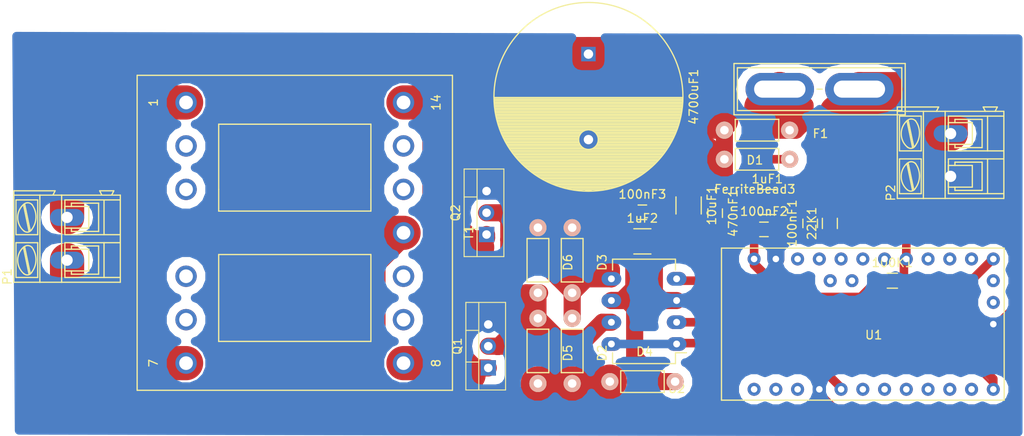
<source format=kicad_pcb>
(kicad_pcb (version 4) (host pcbnew 4.0.6)

  (general
    (links 51)
    (no_connects 0)
    (area 0 0 0 0)
    (thickness 1.6)
    (drawings 0)
    (tracks 435)
    (zones 0)
    (modules 25)
    (nets 17)
  )

  (page A4)
  (layers
    (0 F.Cu signal)
    (31 B.Cu signal)
    (32 B.Adhes user)
    (33 F.Adhes user)
    (34 B.Paste user)
    (35 F.Paste user)
    (36 B.SilkS user)
    (37 F.SilkS user)
    (38 B.Mask user)
    (39 F.Mask user)
    (40 Dwgs.User user)
    (41 Cmts.User user)
    (42 Eco1.User user)
    (43 Eco2.User user)
    (44 Edge.Cuts user)
    (45 Margin user)
    (46 B.CrtYd user)
    (47 F.CrtYd user)
    (48 B.Fab user)
    (49 F.Fab user)
  )

  (setup
    (last_trace_width 1)
    (trace_clearance 0.2)
    (zone_clearance 1)
    (zone_45_only no)
    (trace_min 0.2)
    (segment_width 0.2)
    (edge_width 0.15)
    (via_size 0.6)
    (via_drill 0.4)
    (via_min_size 0.4)
    (via_min_drill 0.3)
    (uvia_size 0.3)
    (uvia_drill 0.1)
    (uvias_allowed no)
    (uvia_min_size 0.2)
    (uvia_min_drill 0.1)
    (pcb_text_width 0.3)
    (pcb_text_size 1.5 1.5)
    (mod_edge_width 0.15)
    (mod_text_size 1 1)
    (mod_text_width 0.15)
    (pad_size 1.524 1.524)
    (pad_drill 0.762)
    (pad_to_mask_clearance 0.2)
    (aux_axis_origin 0 0)
    (visible_elements FFFFFF7F)
    (pcbplotparams
      (layerselection 0x00030_80000001)
      (usegerberextensions false)
      (excludeedgelayer true)
      (linewidth 0.100000)
      (plotframeref false)
      (viasonmask false)
      (mode 1)
      (useauxorigin false)
      (hpglpennumber 1)
      (hpglpenspeed 20)
      (hpglpendiameter 15)
      (hpglpenoverlay 2)
      (psnegative false)
      (psa4output false)
      (plotreference true)
      (plotvalue true)
      (plotinvisibletext false)
      (padsonsilk false)
      (subtractmaskfromsilk false)
      (outputformat 1)
      (mirror false)
      (drillshape 1)
      (scaleselection 1)
      (outputdirectory ""))
  )

  (net 0 "")
  (net 1 12v)
  (net 2 GND)
  (net 3 "Net-(100nF3-Pad1)")
  (net 4 12vPower)
  (net 5 ADC1)
  (net 6 "Net-(D1-Pad1)")
  (net 7 "Net-(D2-Pad1)")
  (net 8 "Net-(D5-Pad1)")
  (net 9 "Net-(F1-Pad1)")
  (net 10 "Net-(P1-Pad1)")
  (net 11 "Net-(P1-Pad2)")
  (net 12 "Net-(Q1-Pad1)")
  (net 13 "Net-(Q2-Pad1)")
  (net 14 PWMB)
  (net 15 ENPWM)
  (net 16 PWMA)

  (net_class Default "This is the default net class."
    (clearance 0.2)
    (trace_width 1)
    (via_dia 0.6)
    (via_drill 0.4)
    (uvia_dia 0.3)
    (uvia_drill 0.1)
    (add_net 12v)
    (add_net ADC1)
    (add_net ENPWM)
    (add_net PWMA)
    (add_net PWMB)
  )

  (net_class 12vPower ""
    (clearance 0.5)
    (trace_width 4)
    (via_dia 4.2)
    (via_drill 1)
    (uvia_dia 0.3)
    (uvia_drill 0.1)
    (add_net "Net-(F1-Pad1)")
    (add_net "Net-(P1-Pad1)")
    (add_net "Net-(P1-Pad2)")
  )

  (net_class Drivers ""
    (clearance 0.2)
    (trace_width 2)
    (via_dia 2.2)
    (via_drill 1)
    (uvia_dia 0.3)
    (uvia_drill 0.1)
    (add_net 12vPower)
    (add_net GND)
    (add_net "Net-(100nF3-Pad1)")
    (add_net "Net-(D1-Pad1)")
    (add_net "Net-(D2-Pad1)")
    (add_net "Net-(D5-Pad1)")
    (add_net "Net-(Q1-Pad1)")
    (add_net "Net-(Q2-Pad1)")
  )

  (module Capacitors_SMD:C_1210_HandSoldering (layer F.Cu) (tedit 541A9C39) (tstamp 60827FDA)
    (at 166.8 104.2)
    (descr "Capacitor SMD 1210, hand soldering")
    (tags "capacitor 1210")
    (path /6082B568)
    (attr smd)
    (fp_text reference 1uF1 (at 0 -2.7) (layer F.SilkS)
      (effects (font (size 1 1) (thickness 0.15)))
    )
    (fp_text value CAPAPOL (at 0 2.7) (layer F.Fab)
      (effects (font (size 1 1) (thickness 0.15)))
    )
    (fp_line (start -1.6 1.25) (end -1.6 -1.25) (layer F.Fab) (width 0.15))
    (fp_line (start 1.6 1.25) (end -1.6 1.25) (layer F.Fab) (width 0.15))
    (fp_line (start 1.6 -1.25) (end 1.6 1.25) (layer F.Fab) (width 0.15))
    (fp_line (start -1.6 -1.25) (end 1.6 -1.25) (layer F.Fab) (width 0.15))
    (fp_line (start -3.3 -1.6) (end 3.3 -1.6) (layer F.CrtYd) (width 0.05))
    (fp_line (start -3.3 1.6) (end 3.3 1.6) (layer F.CrtYd) (width 0.05))
    (fp_line (start -3.3 -1.6) (end -3.3 1.6) (layer F.CrtYd) (width 0.05))
    (fp_line (start 3.3 -1.6) (end 3.3 1.6) (layer F.CrtYd) (width 0.05))
    (fp_line (start 1 -1.475) (end -1 -1.475) (layer F.SilkS) (width 0.15))
    (fp_line (start -1 1.475) (end 1 1.475) (layer F.SilkS) (width 0.15))
    (pad 1 smd rect (at -2 0) (size 2 2.5) (layers F.Cu F.Paste F.Mask)
      (net 1 12v))
    (pad 2 smd rect (at 2 0) (size 2 2.5) (layers F.Cu F.Paste F.Mask)
      (net 2 GND))
    (model Capacitors_SMD.3dshapes/C_1210_HandSoldering.wrl
      (at (xyz 0 0 0))
      (scale (xyz 1 1 1))
      (rotate (xyz 0 0 0))
    )
  )

  (module Capacitors_SMD:C_1210_HandSoldering (layer F.Cu) (tedit 541A9C39) (tstamp 60827FE0)
    (at 152.2 108.8)
    (descr "Capacitor SMD 1210, hand soldering")
    (tags "capacitor 1210")
    (path /6081B5A9)
    (attr smd)
    (fp_text reference 1uF2 (at 0 -2.7) (layer F.SilkS)
      (effects (font (size 1 1) (thickness 0.15)))
    )
    (fp_text value CAPAPOL (at 0 2.7) (layer F.Fab)
      (effects (font (size 1 1) (thickness 0.15)))
    )
    (fp_line (start -1.6 1.25) (end -1.6 -1.25) (layer F.Fab) (width 0.15))
    (fp_line (start 1.6 1.25) (end -1.6 1.25) (layer F.Fab) (width 0.15))
    (fp_line (start 1.6 -1.25) (end 1.6 1.25) (layer F.Fab) (width 0.15))
    (fp_line (start -1.6 -1.25) (end 1.6 -1.25) (layer F.Fab) (width 0.15))
    (fp_line (start -3.3 -1.6) (end 3.3 -1.6) (layer F.CrtYd) (width 0.05))
    (fp_line (start -3.3 1.6) (end 3.3 1.6) (layer F.CrtYd) (width 0.05))
    (fp_line (start -3.3 -1.6) (end -3.3 1.6) (layer F.CrtYd) (width 0.05))
    (fp_line (start 3.3 -1.6) (end 3.3 1.6) (layer F.CrtYd) (width 0.05))
    (fp_line (start 1 -1.475) (end -1 -1.475) (layer F.SilkS) (width 0.15))
    (fp_line (start -1 1.475) (end 1 1.475) (layer F.SilkS) (width 0.15))
    (pad 1 smd rect (at -2 0) (size 2 2.5) (layers F.Cu F.Paste F.Mask)
      (net 3 "Net-(100nF3-Pad1)"))
    (pad 2 smd rect (at 2 0) (size 2 2.5) (layers F.Cu F.Paste F.Mask)
      (net 2 GND))
    (model Capacitors_SMD.3dshapes/C_1210_HandSoldering.wrl
      (at (xyz 0 0 0))
      (scale (xyz 1 1 1))
      (rotate (xyz 0 0 0))
    )
  )

  (module Capacitors_SMD:C_1210_HandSoldering (layer F.Cu) (tedit 541A9C39) (tstamp 60827FE6)
    (at 157.6 104.6 270)
    (descr "Capacitor SMD 1210, hand soldering")
    (tags "capacitor 1210")
    (path /6082773F)
    (attr smd)
    (fp_text reference 10uF1 (at 0 -2.7 270) (layer F.SilkS)
      (effects (font (size 1 1) (thickness 0.15)))
    )
    (fp_text value CAPAPOL (at 0 2.7 270) (layer F.Fab)
      (effects (font (size 1 1) (thickness 0.15)))
    )
    (fp_line (start -1.6 1.25) (end -1.6 -1.25) (layer F.Fab) (width 0.15))
    (fp_line (start 1.6 1.25) (end -1.6 1.25) (layer F.Fab) (width 0.15))
    (fp_line (start 1.6 -1.25) (end 1.6 1.25) (layer F.Fab) (width 0.15))
    (fp_line (start -1.6 -1.25) (end 1.6 -1.25) (layer F.Fab) (width 0.15))
    (fp_line (start -3.3 -1.6) (end 3.3 -1.6) (layer F.CrtYd) (width 0.05))
    (fp_line (start -3.3 1.6) (end 3.3 1.6) (layer F.CrtYd) (width 0.05))
    (fp_line (start -3.3 -1.6) (end -3.3 1.6) (layer F.CrtYd) (width 0.05))
    (fp_line (start 3.3 -1.6) (end 3.3 1.6) (layer F.CrtYd) (width 0.05))
    (fp_line (start 1 -1.475) (end -1 -1.475) (layer F.SilkS) (width 0.15))
    (fp_line (start -1 1.475) (end 1 1.475) (layer F.SilkS) (width 0.15))
    (pad 1 smd rect (at -2 0 270) (size 2 2.5) (layers F.Cu F.Paste F.Mask)
      (net 4 12vPower))
    (pad 2 smd rect (at 2 0 270) (size 2 2.5) (layers F.Cu F.Paste F.Mask)
      (net 2 GND))
    (model Capacitors_SMD.3dshapes/C_1210_HandSoldering.wrl
      (at (xyz 0 0 0))
      (scale (xyz 1 1 1))
      (rotate (xyz 0 0 0))
    )
  )

  (module Resistors_SMD:R_0805_HandSoldering (layer F.Cu) (tedit 58307B90) (tstamp 60827FEC)
    (at 174.1 106.7 90)
    (descr "Resistor SMD 0805, hand soldering")
    (tags "resistor 0805")
    (path /60829BF5)
    (attr smd)
    (fp_text reference 22K1 (at 0 -2.1 90) (layer F.SilkS)
      (effects (font (size 1 1) (thickness 0.15)))
    )
    (fp_text value R (at 0 2.1 90) (layer F.Fab)
      (effects (font (size 1 1) (thickness 0.15)))
    )
    (fp_line (start -1 0.625) (end -1 -0.625) (layer F.Fab) (width 0.1))
    (fp_line (start 1 0.625) (end -1 0.625) (layer F.Fab) (width 0.1))
    (fp_line (start 1 -0.625) (end 1 0.625) (layer F.Fab) (width 0.1))
    (fp_line (start -1 -0.625) (end 1 -0.625) (layer F.Fab) (width 0.1))
    (fp_line (start -2.4 -1) (end 2.4 -1) (layer F.CrtYd) (width 0.05))
    (fp_line (start -2.4 1) (end 2.4 1) (layer F.CrtYd) (width 0.05))
    (fp_line (start -2.4 -1) (end -2.4 1) (layer F.CrtYd) (width 0.05))
    (fp_line (start 2.4 -1) (end 2.4 1) (layer F.CrtYd) (width 0.05))
    (fp_line (start 0.6 0.875) (end -0.6 0.875) (layer F.SilkS) (width 0.15))
    (fp_line (start -0.6 -0.875) (end 0.6 -0.875) (layer F.SilkS) (width 0.15))
    (pad 1 smd rect (at -1.35 0 90) (size 1.5 1.3) (layers F.Cu F.Paste F.Mask)
      (net 5 ADC1))
    (pad 2 smd rect (at 1.35 0 90) (size 1.5 1.3) (layers F.Cu F.Paste F.Mask)
      (net 2 GND))
    (model Resistors_SMD.3dshapes/R_0805_HandSoldering.wrl
      (at (xyz 0 0 0))
      (scale (xyz 1 1 1))
      (rotate (xyz 0 0 0))
    )
  )

  (module Resistors_SMD:R_0805_HandSoldering (layer F.Cu) (tedit 58307B90) (tstamp 60827FF2)
    (at 181.4 113.4)
    (descr "Resistor SMD 0805, hand soldering")
    (tags "resistor 0805")
    (path /60829B76)
    (attr smd)
    (fp_text reference 100K1 (at 0 -2.1) (layer F.SilkS)
      (effects (font (size 1 1) (thickness 0.15)))
    )
    (fp_text value R (at 0 2.1) (layer F.Fab)
      (effects (font (size 1 1) (thickness 0.15)))
    )
    (fp_line (start -1 0.625) (end -1 -0.625) (layer F.Fab) (width 0.1))
    (fp_line (start 1 0.625) (end -1 0.625) (layer F.Fab) (width 0.1))
    (fp_line (start 1 -0.625) (end 1 0.625) (layer F.Fab) (width 0.1))
    (fp_line (start -1 -0.625) (end 1 -0.625) (layer F.Fab) (width 0.1))
    (fp_line (start -2.4 -1) (end 2.4 -1) (layer F.CrtYd) (width 0.05))
    (fp_line (start -2.4 1) (end 2.4 1) (layer F.CrtYd) (width 0.05))
    (fp_line (start -2.4 -1) (end -2.4 1) (layer F.CrtYd) (width 0.05))
    (fp_line (start 2.4 -1) (end 2.4 1) (layer F.CrtYd) (width 0.05))
    (fp_line (start 0.6 0.875) (end -0.6 0.875) (layer F.SilkS) (width 0.15))
    (fp_line (start -0.6 -0.875) (end 0.6 -0.875) (layer F.SilkS) (width 0.15))
    (pad 1 smd rect (at -1.35 0) (size 1.5 1.3) (layers F.Cu F.Paste F.Mask)
      (net 1 12v))
    (pad 2 smd rect (at 1.35 0) (size 1.5 1.3) (layers F.Cu F.Paste F.Mask)
      (net 5 ADC1))
    (model Resistors_SMD.3dshapes/R_0805_HandSoldering.wrl
      (at (xyz 0 0 0))
      (scale (xyz 1 1 1))
      (rotate (xyz 0 0 0))
    )
  )

  (module Capacitors_SMD:C_0805_HandSoldering (layer F.Cu) (tedit 541A9B8D) (tstamp 60827FF8)
    (at 171.8 106.7 90)
    (descr "Capacitor SMD 0805, hand soldering")
    (tags "capacitor 0805")
    (path /60829D1D)
    (attr smd)
    (fp_text reference 100nF1 (at 0 -2.1 90) (layer F.SilkS)
      (effects (font (size 1 1) (thickness 0.15)))
    )
    (fp_text value C (at 0 2.1 90) (layer F.Fab)
      (effects (font (size 1 1) (thickness 0.15)))
    )
    (fp_line (start -1 0.625) (end -1 -0.625) (layer F.Fab) (width 0.15))
    (fp_line (start 1 0.625) (end -1 0.625) (layer F.Fab) (width 0.15))
    (fp_line (start 1 -0.625) (end 1 0.625) (layer F.Fab) (width 0.15))
    (fp_line (start -1 -0.625) (end 1 -0.625) (layer F.Fab) (width 0.15))
    (fp_line (start -2.3 -1) (end 2.3 -1) (layer F.CrtYd) (width 0.05))
    (fp_line (start -2.3 1) (end 2.3 1) (layer F.CrtYd) (width 0.05))
    (fp_line (start -2.3 -1) (end -2.3 1) (layer F.CrtYd) (width 0.05))
    (fp_line (start 2.3 -1) (end 2.3 1) (layer F.CrtYd) (width 0.05))
    (fp_line (start 0.5 -0.85) (end -0.5 -0.85) (layer F.SilkS) (width 0.15))
    (fp_line (start -0.5 0.85) (end 0.5 0.85) (layer F.SilkS) (width 0.15))
    (pad 1 smd rect (at -1.25 0 90) (size 1.5 1.25) (layers F.Cu F.Paste F.Mask)
      (net 5 ADC1))
    (pad 2 smd rect (at 1.25 0 90) (size 1.5 1.25) (layers F.Cu F.Paste F.Mask)
      (net 2 GND))
    (model Capacitors_SMD.3dshapes/C_0805_HandSoldering.wrl
      (at (xyz 0 0 0))
      (scale (xyz 1 1 1))
      (rotate (xyz 0 0 0))
    )
  )

  (module Capacitors_SMD:C_0805_HandSoldering (layer F.Cu) (tedit 541A9B8D) (tstamp 60827FFE)
    (at 166.4 107.4)
    (descr "Capacitor SMD 0805, hand soldering")
    (tags "capacitor 0805")
    (path /60828DD8)
    (attr smd)
    (fp_text reference 100nF2 (at 0 -2.1) (layer F.SilkS)
      (effects (font (size 1 1) (thickness 0.15)))
    )
    (fp_text value C (at 0 2.1) (layer F.Fab)
      (effects (font (size 1 1) (thickness 0.15)))
    )
    (fp_line (start -1 0.625) (end -1 -0.625) (layer F.Fab) (width 0.15))
    (fp_line (start 1 0.625) (end -1 0.625) (layer F.Fab) (width 0.15))
    (fp_line (start 1 -0.625) (end 1 0.625) (layer F.Fab) (width 0.15))
    (fp_line (start -1 -0.625) (end 1 -0.625) (layer F.Fab) (width 0.15))
    (fp_line (start -2.3 -1) (end 2.3 -1) (layer F.CrtYd) (width 0.05))
    (fp_line (start -2.3 1) (end 2.3 1) (layer F.CrtYd) (width 0.05))
    (fp_line (start -2.3 -1) (end -2.3 1) (layer F.CrtYd) (width 0.05))
    (fp_line (start 2.3 -1) (end 2.3 1) (layer F.CrtYd) (width 0.05))
    (fp_line (start 0.5 -0.85) (end -0.5 -0.85) (layer F.SilkS) (width 0.15))
    (fp_line (start -0.5 0.85) (end 0.5 0.85) (layer F.SilkS) (width 0.15))
    (pad 1 smd rect (at -1.25 0) (size 1.5 1.25) (layers F.Cu F.Paste F.Mask)
      (net 1 12v))
    (pad 2 smd rect (at 1.25 0) (size 1.5 1.25) (layers F.Cu F.Paste F.Mask)
      (net 2 GND))
    (model Capacitors_SMD.3dshapes/C_0805_HandSoldering.wrl
      (at (xyz 0 0 0))
      (scale (xyz 1 1 1))
      (rotate (xyz 0 0 0))
    )
  )

  (module Capacitors_SMD:C_0805_HandSoldering (layer F.Cu) (tedit 541A9B8D) (tstamp 60828004)
    (at 152.2 105.4)
    (descr "Capacitor SMD 0805, hand soldering")
    (tags "capacitor 0805")
    (path /6081B5EC)
    (attr smd)
    (fp_text reference 100nF3 (at 0 -2.1) (layer F.SilkS)
      (effects (font (size 1 1) (thickness 0.15)))
    )
    (fp_text value C (at 0 2.1) (layer F.Fab)
      (effects (font (size 1 1) (thickness 0.15)))
    )
    (fp_line (start -1 0.625) (end -1 -0.625) (layer F.Fab) (width 0.15))
    (fp_line (start 1 0.625) (end -1 0.625) (layer F.Fab) (width 0.15))
    (fp_line (start 1 -0.625) (end 1 0.625) (layer F.Fab) (width 0.15))
    (fp_line (start -1 -0.625) (end 1 -0.625) (layer F.Fab) (width 0.15))
    (fp_line (start -2.3 -1) (end 2.3 -1) (layer F.CrtYd) (width 0.05))
    (fp_line (start -2.3 1) (end 2.3 1) (layer F.CrtYd) (width 0.05))
    (fp_line (start -2.3 -1) (end -2.3 1) (layer F.CrtYd) (width 0.05))
    (fp_line (start 2.3 -1) (end 2.3 1) (layer F.CrtYd) (width 0.05))
    (fp_line (start 0.5 -0.85) (end -0.5 -0.85) (layer F.SilkS) (width 0.15))
    (fp_line (start -0.5 0.85) (end 0.5 0.85) (layer F.SilkS) (width 0.15))
    (pad 1 smd rect (at -1.25 0) (size 1.5 1.25) (layers F.Cu F.Paste F.Mask)
      (net 3 "Net-(100nF3-Pad1)"))
    (pad 2 smd rect (at 1.25 0) (size 1.5 1.25) (layers F.Cu F.Paste F.Mask)
      (net 2 GND))
    (model Capacitors_SMD.3dshapes/C_0805_HandSoldering.wrl
      (at (xyz 0 0 0))
      (scale (xyz 1 1 1))
      (rotate (xyz 0 0 0))
    )
  )

  (module Capacitors_SMD:C_0805_HandSoldering (layer F.Cu) (tedit 541A9B8D) (tstamp 6082800A)
    (at 160.7 105.5 270)
    (descr "Capacitor SMD 0805, hand soldering")
    (tags "capacitor 0805")
    (path /608276BA)
    (attr smd)
    (fp_text reference 470nF1 (at 0 -2.1 270) (layer F.SilkS)
      (effects (font (size 1 1) (thickness 0.15)))
    )
    (fp_text value C (at 0 2.1 270) (layer F.Fab)
      (effects (font (size 1 1) (thickness 0.15)))
    )
    (fp_line (start -1 0.625) (end -1 -0.625) (layer F.Fab) (width 0.15))
    (fp_line (start 1 0.625) (end -1 0.625) (layer F.Fab) (width 0.15))
    (fp_line (start 1 -0.625) (end 1 0.625) (layer F.Fab) (width 0.15))
    (fp_line (start -1 -0.625) (end 1 -0.625) (layer F.Fab) (width 0.15))
    (fp_line (start -2.3 -1) (end 2.3 -1) (layer F.CrtYd) (width 0.05))
    (fp_line (start -2.3 1) (end 2.3 1) (layer F.CrtYd) (width 0.05))
    (fp_line (start -2.3 -1) (end -2.3 1) (layer F.CrtYd) (width 0.05))
    (fp_line (start 2.3 -1) (end 2.3 1) (layer F.CrtYd) (width 0.05))
    (fp_line (start 0.5 -0.85) (end -0.5 -0.85) (layer F.SilkS) (width 0.15))
    (fp_line (start -0.5 0.85) (end 0.5 0.85) (layer F.SilkS) (width 0.15))
    (pad 1 smd rect (at -1.25 0 270) (size 1.5 1.25) (layers F.Cu F.Paste F.Mask)
      (net 4 12vPower))
    (pad 2 smd rect (at 1.25 0 270) (size 1.5 1.25) (layers F.Cu F.Paste F.Mask)
      (net 2 GND))
    (model Capacitors_SMD.3dshapes/C_0805_HandSoldering.wrl
      (at (xyz 0 0 0))
      (scale (xyz 1 1 1))
      (rotate (xyz 0 0 0))
    )
  )

  (module Capacitors_ThroughHole:C_Radial_D22_L41_P10 (layer F.Cu) (tedit 0) (tstamp 60828010)
    (at 145.9 86.9 270)
    (descr "Radial Electrolytic Capacitor Diameter 22mm x Length 41mm, Pitch 10mm")
    (tags "Electrolytic Capacitor")
    (path /60827661)
    (fp_text reference 4700uF1 (at 5 -12.3 270) (layer F.SilkS)
      (effects (font (size 1 1) (thickness 0.15)))
    )
    (fp_text value CAPAPOL (at 5 12.3 270) (layer F.Fab)
      (effects (font (size 1 1) (thickness 0.15)))
    )
    (fp_line (start 5.075 -11) (end 5.075 11) (layer F.SilkS) (width 0.15))
    (fp_line (start 5.215 -10.998) (end 5.215 10.998) (layer F.SilkS) (width 0.15))
    (fp_line (start 5.355 -10.994) (end 5.355 10.994) (layer F.SilkS) (width 0.15))
    (fp_line (start 5.495 -10.989) (end 5.495 10.989) (layer F.SilkS) (width 0.15))
    (fp_line (start 5.635 -10.982) (end 5.635 10.982) (layer F.SilkS) (width 0.15))
    (fp_line (start 5.775 -10.973) (end 5.775 10.973) (layer F.SilkS) (width 0.15))
    (fp_line (start 5.915 -10.962) (end 5.915 10.962) (layer F.SilkS) (width 0.15))
    (fp_line (start 6.055 -10.949) (end 6.055 10.949) (layer F.SilkS) (width 0.15))
    (fp_line (start 6.195 -10.935) (end 6.195 10.935) (layer F.SilkS) (width 0.15))
    (fp_line (start 6.335 -10.919) (end 6.335 10.919) (layer F.SilkS) (width 0.15))
    (fp_line (start 6.475 -10.901) (end 6.475 10.901) (layer F.SilkS) (width 0.15))
    (fp_line (start 6.615 -10.881) (end 6.615 10.881) (layer F.SilkS) (width 0.15))
    (fp_line (start 6.755 -10.859) (end 6.755 10.859) (layer F.SilkS) (width 0.15))
    (fp_line (start 6.895 -10.836) (end 6.895 10.836) (layer F.SilkS) (width 0.15))
    (fp_line (start 7.035 -10.81) (end 7.035 10.81) (layer F.SilkS) (width 0.15))
    (fp_line (start 7.175 -10.783) (end 7.175 10.783) (layer F.SilkS) (width 0.15))
    (fp_line (start 7.315 -10.754) (end 7.315 10.754) (layer F.SilkS) (width 0.15))
    (fp_line (start 7.455 -10.723) (end 7.455 10.723) (layer F.SilkS) (width 0.15))
    (fp_line (start 7.595 -10.69) (end 7.595 10.69) (layer F.SilkS) (width 0.15))
    (fp_line (start 7.735 -10.655) (end 7.735 10.655) (layer F.SilkS) (width 0.15))
    (fp_line (start 7.875 -10.618) (end 7.875 10.618) (layer F.SilkS) (width 0.15))
    (fp_line (start 8.015 -10.579) (end 8.015 10.579) (layer F.SilkS) (width 0.15))
    (fp_line (start 8.155 -10.538) (end 8.155 10.538) (layer F.SilkS) (width 0.15))
    (fp_line (start 8.295 -10.495) (end 8.295 10.495) (layer F.SilkS) (width 0.15))
    (fp_line (start 8.435 -10.45) (end 8.435 10.45) (layer F.SilkS) (width 0.15))
    (fp_line (start 8.575 -10.403) (end 8.575 10.403) (layer F.SilkS) (width 0.15))
    (fp_line (start 8.715 -10.354) (end 8.715 10.354) (layer F.SilkS) (width 0.15))
    (fp_line (start 8.855 -10.302) (end 8.855 -0.107) (layer F.SilkS) (width 0.15))
    (fp_line (start 8.855 0.107) (end 8.855 10.302) (layer F.SilkS) (width 0.15))
    (fp_line (start 8.995 -10.249) (end 8.995 -0.559) (layer F.SilkS) (width 0.15))
    (fp_line (start 8.995 0.559) (end 8.995 10.249) (layer F.SilkS) (width 0.15))
    (fp_line (start 9.135 -10.193) (end 9.135 -0.758) (layer F.SilkS) (width 0.15))
    (fp_line (start 9.135 0.758) (end 9.135 10.193) (layer F.SilkS) (width 0.15))
    (fp_line (start 9.275 -10.135) (end 9.275 -0.893) (layer F.SilkS) (width 0.15))
    (fp_line (start 9.275 0.893) (end 9.275 10.135) (layer F.SilkS) (width 0.15))
    (fp_line (start 9.415 -10.075) (end 9.415 -0.99) (layer F.SilkS) (width 0.15))
    (fp_line (start 9.415 0.99) (end 9.415 10.075) (layer F.SilkS) (width 0.15))
    (fp_line (start 9.555 -10.013) (end 9.555 -1.06) (layer F.SilkS) (width 0.15))
    (fp_line (start 9.555 1.06) (end 9.555 10.013) (layer F.SilkS) (width 0.15))
    (fp_line (start 9.695 -9.948) (end 9.695 -1.109) (layer F.SilkS) (width 0.15))
    (fp_line (start 9.695 1.109) (end 9.695 9.948) (layer F.SilkS) (width 0.15))
    (fp_line (start 9.835 -9.88) (end 9.835 -1.138) (layer F.SilkS) (width 0.15))
    (fp_line (start 9.835 1.138) (end 9.835 9.88) (layer F.SilkS) (width 0.15))
    (fp_line (start 9.975 -9.811) (end 9.975 -1.15) (layer F.SilkS) (width 0.15))
    (fp_line (start 9.975 1.15) (end 9.975 9.811) (layer F.SilkS) (width 0.15))
    (fp_line (start 10.115 -9.738) (end 10.115 -1.144) (layer F.SilkS) (width 0.15))
    (fp_line (start 10.115 1.144) (end 10.115 9.738) (layer F.SilkS) (width 0.15))
    (fp_line (start 10.255 -9.664) (end 10.255 -1.121) (layer F.SilkS) (width 0.15))
    (fp_line (start 10.255 1.121) (end 10.255 9.664) (layer F.SilkS) (width 0.15))
    (fp_line (start 10.395 -9.586) (end 10.395 -1.08) (layer F.SilkS) (width 0.15))
    (fp_line (start 10.395 1.08) (end 10.395 9.586) (layer F.SilkS) (width 0.15))
    (fp_line (start 10.535 -9.506) (end 10.535 -1.018) (layer F.SilkS) (width 0.15))
    (fp_line (start 10.535 1.018) (end 10.535 9.506) (layer F.SilkS) (width 0.15))
    (fp_line (start 10.675 -9.423) (end 10.675 -0.931) (layer F.SilkS) (width 0.15))
    (fp_line (start 10.675 0.931) (end 10.675 9.423) (layer F.SilkS) (width 0.15))
    (fp_line (start 10.815 -9.337) (end 10.815 -0.811) (layer F.SilkS) (width 0.15))
    (fp_line (start 10.815 0.811) (end 10.815 9.337) (layer F.SilkS) (width 0.15))
    (fp_line (start 10.955 -9.249) (end 10.955 -0.641) (layer F.SilkS) (width 0.15))
    (fp_line (start 10.955 0.641) (end 10.955 9.249) (layer F.SilkS) (width 0.15))
    (fp_line (start 11.095 -9.157) (end 11.095 -0.351) (layer F.SilkS) (width 0.15))
    (fp_line (start 11.095 0.351) (end 11.095 9.157) (layer F.SilkS) (width 0.15))
    (fp_line (start 11.235 -9.062) (end 11.235 9.062) (layer F.SilkS) (width 0.15))
    (fp_line (start 11.375 -8.964) (end 11.375 8.964) (layer F.SilkS) (width 0.15))
    (fp_line (start 11.515 -8.863) (end 11.515 8.863) (layer F.SilkS) (width 0.15))
    (fp_line (start 11.655 -8.758) (end 11.655 8.758) (layer F.SilkS) (width 0.15))
    (fp_line (start 11.795 -8.65) (end 11.795 8.65) (layer F.SilkS) (width 0.15))
    (fp_line (start 11.935 -8.538) (end 11.935 8.538) (layer F.SilkS) (width 0.15))
    (fp_line (start 12.075 -8.423) (end 12.075 8.423) (layer F.SilkS) (width 0.15))
    (fp_line (start 12.215 -8.303) (end 12.215 8.303) (layer F.SilkS) (width 0.15))
    (fp_line (start 12.355 -8.179) (end 12.355 8.179) (layer F.SilkS) (width 0.15))
    (fp_line (start 12.495 -8.051) (end 12.495 8.051) (layer F.SilkS) (width 0.15))
    (fp_line (start 12.635 -7.919) (end 12.635 7.919) (layer F.SilkS) (width 0.15))
    (fp_line (start 12.775 -7.781) (end 12.775 7.781) (layer F.SilkS) (width 0.15))
    (fp_line (start 12.915 -7.639) (end 12.915 7.639) (layer F.SilkS) (width 0.15))
    (fp_line (start 13.055 -7.491) (end 13.055 7.491) (layer F.SilkS) (width 0.15))
    (fp_line (start 13.195 -7.338) (end 13.195 7.338) (layer F.SilkS) (width 0.15))
    (fp_line (start 13.335 -7.178) (end 13.335 7.178) (layer F.SilkS) (width 0.15))
    (fp_line (start 13.475 -7.012) (end 13.475 7.012) (layer F.SilkS) (width 0.15))
    (fp_line (start 13.615 -6.84) (end 13.615 6.84) (layer F.SilkS) (width 0.15))
    (fp_line (start 13.755 -6.66) (end 13.755 6.66) (layer F.SilkS) (width 0.15))
    (fp_line (start 13.895 -6.471) (end 13.895 6.471) (layer F.SilkS) (width 0.15))
    (fp_line (start 14.035 -6.274) (end 14.035 6.274) (layer F.SilkS) (width 0.15))
    (fp_line (start 14.175 -6.068) (end 14.175 6.068) (layer F.SilkS) (width 0.15))
    (fp_line (start 14.315 -5.851) (end 14.315 5.851) (layer F.SilkS) (width 0.15))
    (fp_line (start 14.455 -5.622) (end 14.455 5.622) (layer F.SilkS) (width 0.15))
    (fp_line (start 14.595 -5.379) (end 14.595 5.379) (layer F.SilkS) (width 0.15))
    (fp_line (start 14.735 -5.122) (end 14.735 5.122) (layer F.SilkS) (width 0.15))
    (fp_line (start 14.875 -4.846) (end 14.875 4.846) (layer F.SilkS) (width 0.15))
    (fp_line (start 15.015 -4.55) (end 15.015 4.55) (layer F.SilkS) (width 0.15))
    (fp_line (start 15.155 -4.228) (end 15.155 4.228) (layer F.SilkS) (width 0.15))
    (fp_line (start 15.295 -3.875) (end 15.295 3.875) (layer F.SilkS) (width 0.15))
    (fp_line (start 15.435 -3.48) (end 15.435 3.48) (layer F.SilkS) (width 0.15))
    (fp_line (start 15.575 -3.028) (end 15.575 3.028) (layer F.SilkS) (width 0.15))
    (fp_line (start 15.715 -2.488) (end 15.715 2.488) (layer F.SilkS) (width 0.15))
    (fp_line (start 15.855 -1.78) (end 15.855 1.78) (layer F.SilkS) (width 0.15))
    (fp_line (start 15.995 -0.332) (end 15.995 0.332) (layer F.SilkS) (width 0.15))
    (fp_circle (center 10 0) (end 10 -1.15) (layer F.SilkS) (width 0.15))
    (fp_circle (center 5 0) (end 5 -11.0375) (layer F.SilkS) (width 0.15))
    (fp_circle (center 5 0) (end 5 -11.3) (layer F.CrtYd) (width 0.05))
    (pad 1 thru_hole rect (at 0 0 270) (size 1.7 1.7) (drill 1.1) (layers *.Cu *.Mask)
      (net 4 12vPower))
    (pad 2 thru_hole circle (at 10 0 270) (size 1.7 1.7) (drill 1.1) (layers *.Cu *.Mask)
      (net 2 GND))
    (model Capacitors_ThroughHole.3dshapes/C_Radial_D22_L41_P10.wrl
      (at (xyz 0.19685 0 0))
      (scale (xyz 1 1 1))
      (rotate (xyz 0 0 90))
    )
  )

  (module Resistors_ThroughHole:Resistor_Horizontal_RM7mm (layer F.Cu) (tedit 569FCF07) (tstamp 60828016)
    (at 169.4 95.8 180)
    (descr "Resistor, Axial,  RM 7.62mm, 1/3W,")
    (tags "Resistor Axial RM 7.62mm 1/3W R3")
    (path /6082862A)
    (fp_text reference D1 (at 4.05892 -3.50012 180) (layer F.SilkS)
      (effects (font (size 1 1) (thickness 0.15)))
    )
    (fp_text value 1N5819 (at 3.81 3.81 180) (layer F.Fab)
      (effects (font (size 1 1) (thickness 0.15)))
    )
    (fp_line (start -1.25 -1.5) (end 8.85 -1.5) (layer F.CrtYd) (width 0.05))
    (fp_line (start -1.25 1.5) (end -1.25 -1.5) (layer F.CrtYd) (width 0.05))
    (fp_line (start 8.85 -1.5) (end 8.85 1.5) (layer F.CrtYd) (width 0.05))
    (fp_line (start -1.25 1.5) (end 8.85 1.5) (layer F.CrtYd) (width 0.05))
    (fp_line (start 1.27 -1.27) (end 6.35 -1.27) (layer F.SilkS) (width 0.15))
    (fp_line (start 6.35 -1.27) (end 6.35 1.27) (layer F.SilkS) (width 0.15))
    (fp_line (start 6.35 1.27) (end 1.27 1.27) (layer F.SilkS) (width 0.15))
    (fp_line (start 1.27 1.27) (end 1.27 -1.27) (layer F.SilkS) (width 0.15))
    (pad 1 thru_hole circle (at 0 0 180) (size 1.99898 1.99898) (drill 1.00076) (layers *.Cu *.SilkS *.Mask)
      (net 6 "Net-(D1-Pad1)"))
    (pad 2 thru_hole circle (at 7.62 0 180) (size 1.99898 1.99898) (drill 1.00076) (layers *.Cu *.SilkS *.Mask)
      (net 4 12vPower))
  )

  (module Resistors_ThroughHole:Resistor_Horizontal_RM7mm (layer F.Cu) (tedit 569FCF07) (tstamp 6082801C)
    (at 144 117.8 270)
    (descr "Resistor, Axial,  RM 7.62mm, 1/3W,")
    (tags "Resistor Axial RM 7.62mm 1/3W R3")
    (path /60826112)
    (fp_text reference D2 (at 4.05892 -3.50012 270) (layer F.SilkS)
      (effects (font (size 1 1) (thickness 0.15)))
    )
    (fp_text value 1N5819 (at 3.81 3.81 270) (layer F.Fab)
      (effects (font (size 1 1) (thickness 0.15)))
    )
    (fp_line (start -1.25 -1.5) (end 8.85 -1.5) (layer F.CrtYd) (width 0.05))
    (fp_line (start -1.25 1.5) (end -1.25 -1.5) (layer F.CrtYd) (width 0.05))
    (fp_line (start 8.85 -1.5) (end 8.85 1.5) (layer F.CrtYd) (width 0.05))
    (fp_line (start -1.25 1.5) (end 8.85 1.5) (layer F.CrtYd) (width 0.05))
    (fp_line (start 1.27 -1.27) (end 6.35 -1.27) (layer F.SilkS) (width 0.15))
    (fp_line (start 6.35 -1.27) (end 6.35 1.27) (layer F.SilkS) (width 0.15))
    (fp_line (start 6.35 1.27) (end 1.27 1.27) (layer F.SilkS) (width 0.15))
    (fp_line (start 1.27 1.27) (end 1.27 -1.27) (layer F.SilkS) (width 0.15))
    (pad 1 thru_hole circle (at 0 0 270) (size 1.99898 1.99898) (drill 1.00076) (layers *.Cu *.SilkS *.Mask)
      (net 7 "Net-(D2-Pad1)"))
    (pad 2 thru_hole circle (at 7.62 0 270) (size 1.99898 1.99898) (drill 1.00076) (layers *.Cu *.SilkS *.Mask)
      (net 4 12vPower))
  )

  (module Resistors_ThroughHole:Resistor_Horizontal_RM7mm (layer F.Cu) (tedit 569FCF07) (tstamp 60828022)
    (at 144 107.2 270)
    (descr "Resistor, Axial,  RM 7.62mm, 1/3W,")
    (tags "Resistor Axial RM 7.62mm 1/3W R3")
    (path /60826013)
    (fp_text reference D3 (at 4.05892 -3.50012 270) (layer F.SilkS)
      (effects (font (size 1 1) (thickness 0.15)))
    )
    (fp_text value 1N5819 (at 3.81 3.81 270) (layer F.Fab)
      (effects (font (size 1 1) (thickness 0.15)))
    )
    (fp_line (start -1.25 -1.5) (end 8.85 -1.5) (layer F.CrtYd) (width 0.05))
    (fp_line (start -1.25 1.5) (end -1.25 -1.5) (layer F.CrtYd) (width 0.05))
    (fp_line (start 8.85 -1.5) (end 8.85 1.5) (layer F.CrtYd) (width 0.05))
    (fp_line (start -1.25 1.5) (end 8.85 1.5) (layer F.CrtYd) (width 0.05))
    (fp_line (start 1.27 -1.27) (end 6.35 -1.27) (layer F.SilkS) (width 0.15))
    (fp_line (start 6.35 -1.27) (end 6.35 1.27) (layer F.SilkS) (width 0.15))
    (fp_line (start 6.35 1.27) (end 1.27 1.27) (layer F.SilkS) (width 0.15))
    (fp_line (start 1.27 1.27) (end 1.27 -1.27) (layer F.SilkS) (width 0.15))
    (pad 1 thru_hole circle (at 0 0 270) (size 1.99898 1.99898) (drill 1.00076) (layers *.Cu *.SilkS *.Mask)
      (net 2 GND))
    (pad 2 thru_hole circle (at 7.62 0 270) (size 1.99898 1.99898) (drill 1.00076) (layers *.Cu *.SilkS *.Mask)
      (net 7 "Net-(D2-Pad1)"))
  )

  (module Resistors_ThroughHole:Resistor_Horizontal_RM7mm (layer F.Cu) (tedit 569FCF07) (tstamp 60828028)
    (at 148.4 125.2)
    (descr "Resistor, Axial,  RM 7.62mm, 1/3W,")
    (tags "Resistor Axial RM 7.62mm 1/3W R3")
    (path /60826392)
    (fp_text reference D4 (at 4.05892 -3.50012) (layer F.SilkS)
      (effects (font (size 1 1) (thickness 0.15)))
    )
    (fp_text value 1N5819 (at 3.81 3.81) (layer F.Fab)
      (effects (font (size 1 1) (thickness 0.15)))
    )
    (fp_line (start -1.25 -1.5) (end 8.85 -1.5) (layer F.CrtYd) (width 0.05))
    (fp_line (start -1.25 1.5) (end -1.25 -1.5) (layer F.CrtYd) (width 0.05))
    (fp_line (start 8.85 -1.5) (end 8.85 1.5) (layer F.CrtYd) (width 0.05))
    (fp_line (start -1.25 1.5) (end 8.85 1.5) (layer F.CrtYd) (width 0.05))
    (fp_line (start 1.27 -1.27) (end 6.35 -1.27) (layer F.SilkS) (width 0.15))
    (fp_line (start 6.35 -1.27) (end 6.35 1.27) (layer F.SilkS) (width 0.15))
    (fp_line (start 6.35 1.27) (end 1.27 1.27) (layer F.SilkS) (width 0.15))
    (fp_line (start 1.27 1.27) (end 1.27 -1.27) (layer F.SilkS) (width 0.15))
    (pad 1 thru_hole circle (at 0 0) (size 1.99898 1.99898) (drill 1.00076) (layers *.Cu *.SilkS *.Mask)
      (net 4 12vPower))
    (pad 2 thru_hole circle (at 7.62 0) (size 1.99898 1.99898) (drill 1.00076) (layers *.Cu *.SilkS *.Mask)
      (net 3 "Net-(100nF3-Pad1)"))
  )

  (module Resistors_ThroughHole:Resistor_Horizontal_RM7mm (layer F.Cu) (tedit 569FCF07) (tstamp 6082802E)
    (at 140 117.8 270)
    (descr "Resistor, Axial,  RM 7.62mm, 1/3W,")
    (tags "Resistor Axial RM 7.62mm 1/3W R3")
    (path /6082614C)
    (fp_text reference D5 (at 4.05892 -3.50012 270) (layer F.SilkS)
      (effects (font (size 1 1) (thickness 0.15)))
    )
    (fp_text value 1N5819 (at 3.81 3.81 270) (layer F.Fab)
      (effects (font (size 1 1) (thickness 0.15)))
    )
    (fp_line (start -1.25 -1.5) (end 8.85 -1.5) (layer F.CrtYd) (width 0.05))
    (fp_line (start -1.25 1.5) (end -1.25 -1.5) (layer F.CrtYd) (width 0.05))
    (fp_line (start 8.85 -1.5) (end 8.85 1.5) (layer F.CrtYd) (width 0.05))
    (fp_line (start -1.25 1.5) (end 8.85 1.5) (layer F.CrtYd) (width 0.05))
    (fp_line (start 1.27 -1.27) (end 6.35 -1.27) (layer F.SilkS) (width 0.15))
    (fp_line (start 6.35 -1.27) (end 6.35 1.27) (layer F.SilkS) (width 0.15))
    (fp_line (start 6.35 1.27) (end 1.27 1.27) (layer F.SilkS) (width 0.15))
    (fp_line (start 1.27 1.27) (end 1.27 -1.27) (layer F.SilkS) (width 0.15))
    (pad 1 thru_hole circle (at 0 0 270) (size 1.99898 1.99898) (drill 1.00076) (layers *.Cu *.SilkS *.Mask)
      (net 8 "Net-(D5-Pad1)"))
    (pad 2 thru_hole circle (at 7.62 0 270) (size 1.99898 1.99898) (drill 1.00076) (layers *.Cu *.SilkS *.Mask)
      (net 4 12vPower))
  )

  (module Resistors_ThroughHole:Resistor_Horizontal_RM7mm (layer F.Cu) (tedit 569FCF07) (tstamp 60828034)
    (at 140 107.2 270)
    (descr "Resistor, Axial,  RM 7.62mm, 1/3W,")
    (tags "Resistor Axial RM 7.62mm 1/3W R3")
    (path /608260E3)
    (fp_text reference D6 (at 4.05892 -3.50012 270) (layer F.SilkS)
      (effects (font (size 1 1) (thickness 0.15)))
    )
    (fp_text value 1N5819 (at 3.81 3.81 270) (layer F.Fab)
      (effects (font (size 1 1) (thickness 0.15)))
    )
    (fp_line (start -1.25 -1.5) (end 8.85 -1.5) (layer F.CrtYd) (width 0.05))
    (fp_line (start -1.25 1.5) (end -1.25 -1.5) (layer F.CrtYd) (width 0.05))
    (fp_line (start 8.85 -1.5) (end 8.85 1.5) (layer F.CrtYd) (width 0.05))
    (fp_line (start -1.25 1.5) (end 8.85 1.5) (layer F.CrtYd) (width 0.05))
    (fp_line (start 1.27 -1.27) (end 6.35 -1.27) (layer F.SilkS) (width 0.15))
    (fp_line (start 6.35 -1.27) (end 6.35 1.27) (layer F.SilkS) (width 0.15))
    (fp_line (start 6.35 1.27) (end 1.27 1.27) (layer F.SilkS) (width 0.15))
    (fp_line (start 1.27 1.27) (end 1.27 -1.27) (layer F.SilkS) (width 0.15))
    (pad 1 thru_hole circle (at 0 0 270) (size 1.99898 1.99898) (drill 1.00076) (layers *.Cu *.SilkS *.Mask)
      (net 2 GND))
    (pad 2 thru_hole circle (at 7.62 0 270) (size 1.99898 1.99898) (drill 1.00076) (layers *.Cu *.SilkS *.Mask)
      (net 8 "Net-(D5-Pad1)"))
  )

  (module Fuse_Holders_and_Fuses:BladeFuse-CarType (layer F.Cu) (tedit 0) (tstamp 6082803A)
    (at 172.9 91 180)
    (path /6082914C)
    (fp_text reference F1 (at -0.1 -5.2 180) (layer F.SilkS)
      (effects (font (size 1 1) (thickness 0.15)))
    )
    (fp_text value FUSE (at -0.3 6.1 180) (layer F.Fab)
      (effects (font (size 1 1) (thickness 0.15)))
    )
    (fp_line (start 0.3 0) (end -0.3 0) (layer F.SilkS) (width 0.15))
    (fp_line (start -10 -3) (end 10 -3) (layer F.SilkS) (width 0.15))
    (fp_line (start 10 -3) (end 10 3) (layer F.SilkS) (width 0.15))
    (fp_line (start 10 3) (end -10 3) (layer F.SilkS) (width 0.15))
    (fp_line (start -10 3) (end -10 -3) (layer F.SilkS) (width 0.15))
    (fp_line (start -9.6 -2.5) (end 9.6 -2.5) (layer F.SilkS) (width 0.15))
    (fp_line (start 9.6 -2.5) (end 9.6 2.5) (layer F.SilkS) (width 0.15))
    (fp_line (start 9.6 2.5) (end -9.6 2.5) (layer F.SilkS) (width 0.15))
    (fp_line (start -9.6 2.5) (end -9.6 -2.5) (layer F.SilkS) (width 0.15))
    (pad 1 thru_hole oval (at -4.65 0 180) (size 8 3.8) (drill oval 6 2) (layers *.Cu *.Mask)
      (net 9 "Net-(F1-Pad1)"))
    (pad 2 thru_hole oval (at 4.65 0 180) (size 8 3.8) (drill oval 6 2) (layers *.Cu *.Mask)
      (net 6 "Net-(D1-Pad1)"))
    (model Fuse_Holders_and_Fuses.3dshapes/BladeFuse-CarType.wrl
      (at (xyz 0 0 0))
      (scale (xyz 0.3937 0.3937 0.3937))
      (rotate (xyz 0 0 0))
    )
  )

  (module Resistors_ThroughHole:Resistor_Horizontal_RM7mm (layer F.Cu) (tedit 569FCF07) (tstamp 6082804C)
    (at 169.4 99.2 180)
    (descr "Resistor, Axial,  RM 7.62mm, 1/3W,")
    (tags "Resistor Axial RM 7.62mm 1/3W R3")
    (path /60826BAF)
    (fp_text reference FerriteBead3 (at 4.05892 -3.50012 180) (layer F.SilkS)
      (effects (font (size 1 1) (thickness 0.15)))
    )
    (fp_text value INDUCTOR (at 3.81 3.81 180) (layer F.Fab)
      (effects (font (size 1 1) (thickness 0.15)))
    )
    (fp_line (start -1.25 -1.5) (end 8.85 -1.5) (layer F.CrtYd) (width 0.05))
    (fp_line (start -1.25 1.5) (end -1.25 -1.5) (layer F.CrtYd) (width 0.05))
    (fp_line (start 8.85 -1.5) (end 8.85 1.5) (layer F.CrtYd) (width 0.05))
    (fp_line (start -1.25 1.5) (end 8.85 1.5) (layer F.CrtYd) (width 0.05))
    (fp_line (start 1.27 -1.27) (end 6.35 -1.27) (layer F.SilkS) (width 0.15))
    (fp_line (start 6.35 -1.27) (end 6.35 1.27) (layer F.SilkS) (width 0.15))
    (fp_line (start 6.35 1.27) (end 1.27 1.27) (layer F.SilkS) (width 0.15))
    (fp_line (start 1.27 1.27) (end 1.27 -1.27) (layer F.SilkS) (width 0.15))
    (pad 1 thru_hole circle (at 0 0 180) (size 1.99898 1.99898) (drill 1.00076) (layers *.Cu *.SilkS *.Mask)
      (net 1 12v))
    (pad 2 thru_hole circle (at 7.62 0 180) (size 1.99898 1.99898) (drill 1.00076) (layers *.Cu *.SilkS *.Mask)
      (net 4 12vPower))
  )

  (module Connect:AK300-2 (layer F.Cu) (tedit 54792136) (tstamp 60828052)
    (at 85 111 90)
    (descr CONNECTOR)
    (tags CONNECTOR)
    (path /6082AEB0)
    (attr virtual)
    (fp_text reference P1 (at -1.92 -6.985 90) (layer F.SilkS)
      (effects (font (size 1 1) (thickness 0.15)))
    )
    (fp_text value CONN_2 (at 2.779 7.747 90) (layer F.Fab)
      (effects (font (size 1 1) (thickness 0.15)))
    )
    (fp_line (start 8.363 -6.473) (end -2.83 -6.473) (layer F.CrtYd) (width 0.05))
    (fp_line (start 8.363 6.473) (end 8.363 -6.473) (layer F.CrtYd) (width 0.05))
    (fp_line (start -2.83 6.473) (end 8.363 6.473) (layer F.CrtYd) (width 0.05))
    (fp_line (start -2.83 -6.473) (end -2.83 6.473) (layer F.CrtYd) (width 0.05))
    (fp_line (start -1.2596 2.54) (end 1.2804 2.54) (layer F.SilkS) (width 0.15))
    (fp_line (start 1.2804 2.54) (end 1.2804 -0.254) (layer F.SilkS) (width 0.15))
    (fp_line (start -1.2596 -0.254) (end 1.2804 -0.254) (layer F.SilkS) (width 0.15))
    (fp_line (start -1.2596 2.54) (end -1.2596 -0.254) (layer F.SilkS) (width 0.15))
    (fp_line (start 3.7442 2.54) (end 6.2842 2.54) (layer F.SilkS) (width 0.15))
    (fp_line (start 6.2842 2.54) (end 6.2842 -0.254) (layer F.SilkS) (width 0.15))
    (fp_line (start 3.7442 -0.254) (end 6.2842 -0.254) (layer F.SilkS) (width 0.15))
    (fp_line (start 3.7442 2.54) (end 3.7442 -0.254) (layer F.SilkS) (width 0.15))
    (fp_line (start 7.605 -6.223) (end 7.605 -3.175) (layer F.SilkS) (width 0.15))
    (fp_line (start 7.605 -6.223) (end -2.58 -6.223) (layer F.SilkS) (width 0.15))
    (fp_line (start 7.605 -6.223) (end 8.113 -6.223) (layer F.SilkS) (width 0.15))
    (fp_line (start 8.113 -6.223) (end 8.113 -1.397) (layer F.SilkS) (width 0.15))
    (fp_line (start 8.113 -1.397) (end 7.605 -1.651) (layer F.SilkS) (width 0.15))
    (fp_line (start 8.113 5.461) (end 7.605 5.207) (layer F.SilkS) (width 0.15))
    (fp_line (start 7.605 5.207) (end 7.605 6.223) (layer F.SilkS) (width 0.15))
    (fp_line (start 8.113 3.81) (end 7.605 4.064) (layer F.SilkS) (width 0.15))
    (fp_line (start 7.605 4.064) (end 7.605 5.207) (layer F.SilkS) (width 0.15))
    (fp_line (start 8.113 3.81) (end 8.113 5.461) (layer F.SilkS) (width 0.15))
    (fp_line (start 2.9822 6.223) (end 2.9822 4.318) (layer F.SilkS) (width 0.15))
    (fp_line (start 7.0462 -0.254) (end 7.0462 4.318) (layer F.SilkS) (width 0.15))
    (fp_line (start 2.9822 6.223) (end 7.0462 6.223) (layer F.SilkS) (width 0.15))
    (fp_line (start 7.0462 6.223) (end 7.605 6.223) (layer F.SilkS) (width 0.15))
    (fp_line (start 2.0424 6.223) (end 2.0424 4.318) (layer F.SilkS) (width 0.15))
    (fp_line (start 2.0424 6.223) (end 2.9822 6.223) (layer F.SilkS) (width 0.15))
    (fp_line (start -2.0216 -0.254) (end -2.0216 4.318) (layer F.SilkS) (width 0.15))
    (fp_line (start -2.58 6.223) (end -2.0216 6.223) (layer F.SilkS) (width 0.15))
    (fp_line (start -2.0216 6.223) (end 2.0424 6.223) (layer F.SilkS) (width 0.15))
    (fp_line (start 2.9822 4.318) (end 7.0462 4.318) (layer F.SilkS) (width 0.15))
    (fp_line (start 2.9822 4.318) (end 2.9822 -0.254) (layer F.SilkS) (width 0.15))
    (fp_line (start 7.0462 4.318) (end 7.0462 6.223) (layer F.SilkS) (width 0.15))
    (fp_line (start 2.0424 4.318) (end -2.0216 4.318) (layer F.SilkS) (width 0.15))
    (fp_line (start 2.0424 4.318) (end 2.0424 -0.254) (layer F.SilkS) (width 0.15))
    (fp_line (start -2.0216 4.318) (end -2.0216 6.223) (layer F.SilkS) (width 0.15))
    (fp_line (start 6.6652 3.683) (end 6.6652 0.508) (layer F.SilkS) (width 0.15))
    (fp_line (start 6.6652 3.683) (end 3.3632 3.683) (layer F.SilkS) (width 0.15))
    (fp_line (start 3.3632 3.683) (end 3.3632 0.508) (layer F.SilkS) (width 0.15))
    (fp_line (start 1.6614 3.683) (end 1.6614 0.508) (layer F.SilkS) (width 0.15))
    (fp_line (start 1.6614 3.683) (end -1.6406 3.683) (layer F.SilkS) (width 0.15))
    (fp_line (start -1.6406 3.683) (end -1.6406 0.508) (layer F.SilkS) (width 0.15))
    (fp_line (start -1.6406 0.508) (end -1.2596 0.508) (layer F.SilkS) (width 0.15))
    (fp_line (start 1.6614 0.508) (end 1.2804 0.508) (layer F.SilkS) (width 0.15))
    (fp_line (start 3.3632 0.508) (end 3.7442 0.508) (layer F.SilkS) (width 0.15))
    (fp_line (start 6.6652 0.508) (end 6.2842 0.508) (layer F.SilkS) (width 0.15))
    (fp_line (start -2.58 6.223) (end -2.58 -0.635) (layer F.SilkS) (width 0.15))
    (fp_line (start -2.58 -0.635) (end -2.58 -3.175) (layer F.SilkS) (width 0.15))
    (fp_line (start 7.605 -1.651) (end 7.605 -0.635) (layer F.SilkS) (width 0.15))
    (fp_line (start 7.605 -0.635) (end 7.605 4.064) (layer F.SilkS) (width 0.15))
    (fp_line (start -2.58 -3.175) (end 7.605 -3.175) (layer F.SilkS) (width 0.15))
    (fp_line (start -2.58 -3.175) (end -2.58 -6.223) (layer F.SilkS) (width 0.15))
    (fp_line (start 7.605 -3.175) (end 7.605 -1.651) (layer F.SilkS) (width 0.15))
    (fp_line (start 2.9822 -3.429) (end 2.9822 -5.969) (layer F.SilkS) (width 0.15))
    (fp_line (start 2.9822 -5.969) (end 7.0462 -5.969) (layer F.SilkS) (width 0.15))
    (fp_line (start 7.0462 -5.969) (end 7.0462 -3.429) (layer F.SilkS) (width 0.15))
    (fp_line (start 7.0462 -3.429) (end 2.9822 -3.429) (layer F.SilkS) (width 0.15))
    (fp_line (start 2.0424 -3.429) (end 2.0424 -5.969) (layer F.SilkS) (width 0.15))
    (fp_line (start 2.0424 -3.429) (end -2.0216 -3.429) (layer F.SilkS) (width 0.15))
    (fp_line (start -2.0216 -3.429) (end -2.0216 -5.969) (layer F.SilkS) (width 0.15))
    (fp_line (start 2.0424 -5.969) (end -2.0216 -5.969) (layer F.SilkS) (width 0.15))
    (fp_line (start 3.3886 -4.445) (end 6.4366 -5.08) (layer F.SilkS) (width 0.15))
    (fp_line (start 3.5156 -4.318) (end 6.5636 -4.953) (layer F.SilkS) (width 0.15))
    (fp_line (start -1.6152 -4.445) (end 1.43534 -5.08) (layer F.SilkS) (width 0.15))
    (fp_line (start -1.4882 -4.318) (end 1.5598 -4.953) (layer F.SilkS) (width 0.15))
    (fp_line (start -2.0216 -0.254) (end -1.6406 -0.254) (layer F.SilkS) (width 0.15))
    (fp_line (start 2.0424 -0.254) (end 1.6614 -0.254) (layer F.SilkS) (width 0.15))
    (fp_line (start 1.6614 -0.254) (end -1.6406 -0.254) (layer F.SilkS) (width 0.15))
    (fp_line (start -2.58 -0.635) (end -1.6406 -0.635) (layer F.SilkS) (width 0.15))
    (fp_line (start -1.6406 -0.635) (end 1.6614 -0.635) (layer F.SilkS) (width 0.15))
    (fp_line (start 1.6614 -0.635) (end 3.3632 -0.635) (layer F.SilkS) (width 0.15))
    (fp_line (start 7.605 -0.635) (end 6.6652 -0.635) (layer F.SilkS) (width 0.15))
    (fp_line (start 6.6652 -0.635) (end 3.3632 -0.635) (layer F.SilkS) (width 0.15))
    (fp_line (start 7.0462 -0.254) (end 6.6652 -0.254) (layer F.SilkS) (width 0.15))
    (fp_line (start 2.9822 -0.254) (end 3.3632 -0.254) (layer F.SilkS) (width 0.15))
    (fp_line (start 3.3632 -0.254) (end 6.6652 -0.254) (layer F.SilkS) (width 0.15))
    (fp_arc (start 6.0302 -4.59486) (end 6.53566 -5.05206) (angle 90.5) (layer F.SilkS) (width 0.15))
    (fp_arc (start 5.065 -6.0706) (end 6.52804 -4.11734) (angle 75.5) (layer F.SilkS) (width 0.15))
    (fp_arc (start 4.98626 -3.7084) (end 3.3886 -5.0038) (angle 100) (layer F.SilkS) (width 0.15))
    (fp_arc (start 3.8712 -4.64566) (end 3.58164 -4.1275) (angle 104.2) (layer F.SilkS) (width 0.15))
    (fp_arc (start 1.0264 -4.59486) (end 1.5344 -5.05206) (angle 90.5) (layer F.SilkS) (width 0.15))
    (fp_arc (start 0.06374 -6.0706) (end 1.52678 -4.11734) (angle 75.5) (layer F.SilkS) (width 0.15))
    (fp_arc (start -0.01246 -3.7084) (end -1.6152 -5.0038) (angle 100) (layer F.SilkS) (width 0.15))
    (fp_arc (start -1.1326 -4.64566) (end -1.41962 -4.1275) (angle 104.2) (layer F.SilkS) (width 0.15))
    (pad 1 thru_hole oval (at 0 0 90) (size 1.9812 3.9624) (drill 1.3208) (layers *.Cu F.Paste F.Mask)
      (net 10 "Net-(P1-Pad1)"))
    (pad 2 thru_hole oval (at 5 0 90) (size 1.9812 3.9624) (drill 1.3208) (layers *.Cu F.Paste F.Mask)
      (net 11 "Net-(P1-Pad2)"))
  )

  (module Connect:AK300-2 (layer F.Cu) (tedit 54792136) (tstamp 60828058)
    (at 188.2 101.2 90)
    (descr CONNECTOR)
    (tags CONNECTOR)
    (path /6082CEFB)
    (attr virtual)
    (fp_text reference P2 (at -1.92 -6.985 90) (layer F.SilkS)
      (effects (font (size 1 1) (thickness 0.15)))
    )
    (fp_text value CONN_2 (at 2.779 7.747 90) (layer F.Fab)
      (effects (font (size 1 1) (thickness 0.15)))
    )
    (fp_line (start 8.363 -6.473) (end -2.83 -6.473) (layer F.CrtYd) (width 0.05))
    (fp_line (start 8.363 6.473) (end 8.363 -6.473) (layer F.CrtYd) (width 0.05))
    (fp_line (start -2.83 6.473) (end 8.363 6.473) (layer F.CrtYd) (width 0.05))
    (fp_line (start -2.83 -6.473) (end -2.83 6.473) (layer F.CrtYd) (width 0.05))
    (fp_line (start -1.2596 2.54) (end 1.2804 2.54) (layer F.SilkS) (width 0.15))
    (fp_line (start 1.2804 2.54) (end 1.2804 -0.254) (layer F.SilkS) (width 0.15))
    (fp_line (start -1.2596 -0.254) (end 1.2804 -0.254) (layer F.SilkS) (width 0.15))
    (fp_line (start -1.2596 2.54) (end -1.2596 -0.254) (layer F.SilkS) (width 0.15))
    (fp_line (start 3.7442 2.54) (end 6.2842 2.54) (layer F.SilkS) (width 0.15))
    (fp_line (start 6.2842 2.54) (end 6.2842 -0.254) (layer F.SilkS) (width 0.15))
    (fp_line (start 3.7442 -0.254) (end 6.2842 -0.254) (layer F.SilkS) (width 0.15))
    (fp_line (start 3.7442 2.54) (end 3.7442 -0.254) (layer F.SilkS) (width 0.15))
    (fp_line (start 7.605 -6.223) (end 7.605 -3.175) (layer F.SilkS) (width 0.15))
    (fp_line (start 7.605 -6.223) (end -2.58 -6.223) (layer F.SilkS) (width 0.15))
    (fp_line (start 7.605 -6.223) (end 8.113 -6.223) (layer F.SilkS) (width 0.15))
    (fp_line (start 8.113 -6.223) (end 8.113 -1.397) (layer F.SilkS) (width 0.15))
    (fp_line (start 8.113 -1.397) (end 7.605 -1.651) (layer F.SilkS) (width 0.15))
    (fp_line (start 8.113 5.461) (end 7.605 5.207) (layer F.SilkS) (width 0.15))
    (fp_line (start 7.605 5.207) (end 7.605 6.223) (layer F.SilkS) (width 0.15))
    (fp_line (start 8.113 3.81) (end 7.605 4.064) (layer F.SilkS) (width 0.15))
    (fp_line (start 7.605 4.064) (end 7.605 5.207) (layer F.SilkS) (width 0.15))
    (fp_line (start 8.113 3.81) (end 8.113 5.461) (layer F.SilkS) (width 0.15))
    (fp_line (start 2.9822 6.223) (end 2.9822 4.318) (layer F.SilkS) (width 0.15))
    (fp_line (start 7.0462 -0.254) (end 7.0462 4.318) (layer F.SilkS) (width 0.15))
    (fp_line (start 2.9822 6.223) (end 7.0462 6.223) (layer F.SilkS) (width 0.15))
    (fp_line (start 7.0462 6.223) (end 7.605 6.223) (layer F.SilkS) (width 0.15))
    (fp_line (start 2.0424 6.223) (end 2.0424 4.318) (layer F.SilkS) (width 0.15))
    (fp_line (start 2.0424 6.223) (end 2.9822 6.223) (layer F.SilkS) (width 0.15))
    (fp_line (start -2.0216 -0.254) (end -2.0216 4.318) (layer F.SilkS) (width 0.15))
    (fp_line (start -2.58 6.223) (end -2.0216 6.223) (layer F.SilkS) (width 0.15))
    (fp_line (start -2.0216 6.223) (end 2.0424 6.223) (layer F.SilkS) (width 0.15))
    (fp_line (start 2.9822 4.318) (end 7.0462 4.318) (layer F.SilkS) (width 0.15))
    (fp_line (start 2.9822 4.318) (end 2.9822 -0.254) (layer F.SilkS) (width 0.15))
    (fp_line (start 7.0462 4.318) (end 7.0462 6.223) (layer F.SilkS) (width 0.15))
    (fp_line (start 2.0424 4.318) (end -2.0216 4.318) (layer F.SilkS) (width 0.15))
    (fp_line (start 2.0424 4.318) (end 2.0424 -0.254) (layer F.SilkS) (width 0.15))
    (fp_line (start -2.0216 4.318) (end -2.0216 6.223) (layer F.SilkS) (width 0.15))
    (fp_line (start 6.6652 3.683) (end 6.6652 0.508) (layer F.SilkS) (width 0.15))
    (fp_line (start 6.6652 3.683) (end 3.3632 3.683) (layer F.SilkS) (width 0.15))
    (fp_line (start 3.3632 3.683) (end 3.3632 0.508) (layer F.SilkS) (width 0.15))
    (fp_line (start 1.6614 3.683) (end 1.6614 0.508) (layer F.SilkS) (width 0.15))
    (fp_line (start 1.6614 3.683) (end -1.6406 3.683) (layer F.SilkS) (width 0.15))
    (fp_line (start -1.6406 3.683) (end -1.6406 0.508) (layer F.SilkS) (width 0.15))
    (fp_line (start -1.6406 0.508) (end -1.2596 0.508) (layer F.SilkS) (width 0.15))
    (fp_line (start 1.6614 0.508) (end 1.2804 0.508) (layer F.SilkS) (width 0.15))
    (fp_line (start 3.3632 0.508) (end 3.7442 0.508) (layer F.SilkS) (width 0.15))
    (fp_line (start 6.6652 0.508) (end 6.2842 0.508) (layer F.SilkS) (width 0.15))
    (fp_line (start -2.58 6.223) (end -2.58 -0.635) (layer F.SilkS) (width 0.15))
    (fp_line (start -2.58 -0.635) (end -2.58 -3.175) (layer F.SilkS) (width 0.15))
    (fp_line (start 7.605 -1.651) (end 7.605 -0.635) (layer F.SilkS) (width 0.15))
    (fp_line (start 7.605 -0.635) (end 7.605 4.064) (layer F.SilkS) (width 0.15))
    (fp_line (start -2.58 -3.175) (end 7.605 -3.175) (layer F.SilkS) (width 0.15))
    (fp_line (start -2.58 -3.175) (end -2.58 -6.223) (layer F.SilkS) (width 0.15))
    (fp_line (start 7.605 -3.175) (end 7.605 -1.651) (layer F.SilkS) (width 0.15))
    (fp_line (start 2.9822 -3.429) (end 2.9822 -5.969) (layer F.SilkS) (width 0.15))
    (fp_line (start 2.9822 -5.969) (end 7.0462 -5.969) (layer F.SilkS) (width 0.15))
    (fp_line (start 7.0462 -5.969) (end 7.0462 -3.429) (layer F.SilkS) (width 0.15))
    (fp_line (start 7.0462 -3.429) (end 2.9822 -3.429) (layer F.SilkS) (width 0.15))
    (fp_line (start 2.0424 -3.429) (end 2.0424 -5.969) (layer F.SilkS) (width 0.15))
    (fp_line (start 2.0424 -3.429) (end -2.0216 -3.429) (layer F.SilkS) (width 0.15))
    (fp_line (start -2.0216 -3.429) (end -2.0216 -5.969) (layer F.SilkS) (width 0.15))
    (fp_line (start 2.0424 -5.969) (end -2.0216 -5.969) (layer F.SilkS) (width 0.15))
    (fp_line (start 3.3886 -4.445) (end 6.4366 -5.08) (layer F.SilkS) (width 0.15))
    (fp_line (start 3.5156 -4.318) (end 6.5636 -4.953) (layer F.SilkS) (width 0.15))
    (fp_line (start -1.6152 -4.445) (end 1.43534 -5.08) (layer F.SilkS) (width 0.15))
    (fp_line (start -1.4882 -4.318) (end 1.5598 -4.953) (layer F.SilkS) (width 0.15))
    (fp_line (start -2.0216 -0.254) (end -1.6406 -0.254) (layer F.SilkS) (width 0.15))
    (fp_line (start 2.0424 -0.254) (end 1.6614 -0.254) (layer F.SilkS) (width 0.15))
    (fp_line (start 1.6614 -0.254) (end -1.6406 -0.254) (layer F.SilkS) (width 0.15))
    (fp_line (start -2.58 -0.635) (end -1.6406 -0.635) (layer F.SilkS) (width 0.15))
    (fp_line (start -1.6406 -0.635) (end 1.6614 -0.635) (layer F.SilkS) (width 0.15))
    (fp_line (start 1.6614 -0.635) (end 3.3632 -0.635) (layer F.SilkS) (width 0.15))
    (fp_line (start 7.605 -0.635) (end 6.6652 -0.635) (layer F.SilkS) (width 0.15))
    (fp_line (start 6.6652 -0.635) (end 3.3632 -0.635) (layer F.SilkS) (width 0.15))
    (fp_line (start 7.0462 -0.254) (end 6.6652 -0.254) (layer F.SilkS) (width 0.15))
    (fp_line (start 2.9822 -0.254) (end 3.3632 -0.254) (layer F.SilkS) (width 0.15))
    (fp_line (start 3.3632 -0.254) (end 6.6652 -0.254) (layer F.SilkS) (width 0.15))
    (fp_arc (start 6.0302 -4.59486) (end 6.53566 -5.05206) (angle 90.5) (layer F.SilkS) (width 0.15))
    (fp_arc (start 5.065 -6.0706) (end 6.52804 -4.11734) (angle 75.5) (layer F.SilkS) (width 0.15))
    (fp_arc (start 4.98626 -3.7084) (end 3.3886 -5.0038) (angle 100) (layer F.SilkS) (width 0.15))
    (fp_arc (start 3.8712 -4.64566) (end 3.58164 -4.1275) (angle 104.2) (layer F.SilkS) (width 0.15))
    (fp_arc (start 1.0264 -4.59486) (end 1.5344 -5.05206) (angle 90.5) (layer F.SilkS) (width 0.15))
    (fp_arc (start 0.06374 -6.0706) (end 1.52678 -4.11734) (angle 75.5) (layer F.SilkS) (width 0.15))
    (fp_arc (start -0.01246 -3.7084) (end -1.6152 -5.0038) (angle 100) (layer F.SilkS) (width 0.15))
    (fp_arc (start -1.1326 -4.64566) (end -1.41962 -4.1275) (angle 104.2) (layer F.SilkS) (width 0.15))
    (pad 1 thru_hole oval (at 0 0 90) (size 1.9812 3.9624) (drill 1.3208) (layers *.Cu F.Paste F.Mask)
      (net 2 GND))
    (pad 2 thru_hole oval (at 5 0 90) (size 1.9812 3.9624) (drill 1.3208) (layers *.Cu F.Paste F.Mask)
      (net 9 "Net-(F1-Pad1)"))
  )

  (module TO_SOT_Packages_THT:TO-220_Vertical (layer F.Cu) (tedit 58A217F2) (tstamp 6082805F)
    (at 134.2 123.6 90)
    (descr "TO-220, Vertical, RM 2.54mm")
    (tags "TO-220 Vertical RM 2.54mm")
    (path /6081B4AA)
    (fp_text reference Q1 (at 2.54 -3.62 90) (layer F.SilkS)
      (effects (font (size 1 1) (thickness 0.15)))
    )
    (fp_text value IRF540N (at 2.54 3.92 90) (layer F.Fab)
      (effects (font (size 1 1) (thickness 0.15)))
    )
    (fp_line (start -2.46 -2.5) (end -2.46 1.9) (layer F.Fab) (width 0.1))
    (fp_line (start -2.46 1.9) (end 7.54 1.9) (layer F.Fab) (width 0.1))
    (fp_line (start 7.54 1.9) (end 7.54 -2.5) (layer F.Fab) (width 0.1))
    (fp_line (start 7.54 -2.5) (end -2.46 -2.5) (layer F.Fab) (width 0.1))
    (fp_line (start -2.46 -1.23) (end 7.54 -1.23) (layer F.Fab) (width 0.1))
    (fp_line (start 0.69 -2.5) (end 0.69 -1.23) (layer F.Fab) (width 0.1))
    (fp_line (start 4.39 -2.5) (end 4.39 -1.23) (layer F.Fab) (width 0.1))
    (fp_line (start -2.58 -2.62) (end 7.66 -2.62) (layer F.SilkS) (width 0.12))
    (fp_line (start -2.58 2.021) (end 7.66 2.021) (layer F.SilkS) (width 0.12))
    (fp_line (start -2.58 -2.62) (end -2.58 2.021) (layer F.SilkS) (width 0.12))
    (fp_line (start 7.66 -2.62) (end 7.66 2.021) (layer F.SilkS) (width 0.12))
    (fp_line (start -2.58 -1.11) (end 7.66 -1.11) (layer F.SilkS) (width 0.12))
    (fp_line (start 0.69 -2.62) (end 0.69 -1.11) (layer F.SilkS) (width 0.12))
    (fp_line (start 4.391 -2.62) (end 4.391 -1.11) (layer F.SilkS) (width 0.12))
    (fp_line (start -2.71 -2.75) (end -2.71 2.16) (layer F.CrtYd) (width 0.05))
    (fp_line (start -2.71 2.16) (end 7.79 2.16) (layer F.CrtYd) (width 0.05))
    (fp_line (start 7.79 2.16) (end 7.79 -2.75) (layer F.CrtYd) (width 0.05))
    (fp_line (start 7.79 -2.75) (end -2.71 -2.75) (layer F.CrtYd) (width 0.05))
    (fp_text user %R (at 2.54 -3.62 90) (layer F.Fab)
      (effects (font (size 1 1) (thickness 0.15)))
    )
    (pad 1 thru_hole rect (at 0 0 90) (size 1.8 1.8) (drill 1) (layers *.Cu *.Mask)
      (net 12 "Net-(Q1-Pad1)"))
    (pad 2 thru_hole oval (at 2.54 0 90) (size 1.8 1.8) (drill 1) (layers *.Cu *.Mask)
      (net 8 "Net-(D5-Pad1)"))
    (pad 3 thru_hole oval (at 5.08 0 90) (size 1.8 1.8) (drill 1) (layers *.Cu *.Mask)
      (net 2 GND))
    (model TO_SOT_Packages_THT.3dshapes/TO-220_Vertical.wrl
      (at (xyz 0.1 0 0))
      (scale (xyz 0.393701 0.393701 0.393701))
      (rotate (xyz 0 0 0))
    )
  )

  (module TO_SOT_Packages_THT:TO-220_Vertical (layer F.Cu) (tedit 58A217F2) (tstamp 60828066)
    (at 134 108 90)
    (descr "TO-220, Vertical, RM 2.54mm")
    (tags "TO-220 Vertical RM 2.54mm")
    (path /6081B4D5)
    (fp_text reference Q2 (at 2.54 -3.62 90) (layer F.SilkS)
      (effects (font (size 1 1) (thickness 0.15)))
    )
    (fp_text value IRF540N (at 2.54 3.92 90) (layer F.Fab)
      (effects (font (size 1 1) (thickness 0.15)))
    )
    (fp_line (start -2.46 -2.5) (end -2.46 1.9) (layer F.Fab) (width 0.1))
    (fp_line (start -2.46 1.9) (end 7.54 1.9) (layer F.Fab) (width 0.1))
    (fp_line (start 7.54 1.9) (end 7.54 -2.5) (layer F.Fab) (width 0.1))
    (fp_line (start 7.54 -2.5) (end -2.46 -2.5) (layer F.Fab) (width 0.1))
    (fp_line (start -2.46 -1.23) (end 7.54 -1.23) (layer F.Fab) (width 0.1))
    (fp_line (start 0.69 -2.5) (end 0.69 -1.23) (layer F.Fab) (width 0.1))
    (fp_line (start 4.39 -2.5) (end 4.39 -1.23) (layer F.Fab) (width 0.1))
    (fp_line (start -2.58 -2.62) (end 7.66 -2.62) (layer F.SilkS) (width 0.12))
    (fp_line (start -2.58 2.021) (end 7.66 2.021) (layer F.SilkS) (width 0.12))
    (fp_line (start -2.58 -2.62) (end -2.58 2.021) (layer F.SilkS) (width 0.12))
    (fp_line (start 7.66 -2.62) (end 7.66 2.021) (layer F.SilkS) (width 0.12))
    (fp_line (start -2.58 -1.11) (end 7.66 -1.11) (layer F.SilkS) (width 0.12))
    (fp_line (start 0.69 -2.62) (end 0.69 -1.11) (layer F.SilkS) (width 0.12))
    (fp_line (start 4.391 -2.62) (end 4.391 -1.11) (layer F.SilkS) (width 0.12))
    (fp_line (start -2.71 -2.75) (end -2.71 2.16) (layer F.CrtYd) (width 0.05))
    (fp_line (start -2.71 2.16) (end 7.79 2.16) (layer F.CrtYd) (width 0.05))
    (fp_line (start 7.79 2.16) (end 7.79 -2.75) (layer F.CrtYd) (width 0.05))
    (fp_line (start 7.79 -2.75) (end -2.71 -2.75) (layer F.CrtYd) (width 0.05))
    (fp_text user %R (at 2.54 -3.62 90) (layer F.Fab)
      (effects (font (size 1 1) (thickness 0.15)))
    )
    (pad 1 thru_hole rect (at 0 0 90) (size 1.8 1.8) (drill 1) (layers *.Cu *.Mask)
      (net 13 "Net-(Q2-Pad1)"))
    (pad 2 thru_hole oval (at 2.54 0 90) (size 1.8 1.8) (drill 1) (layers *.Cu *.Mask)
      (net 7 "Net-(D2-Pad1)"))
    (pad 3 thru_hole oval (at 5.08 0 90) (size 1.8 1.8) (drill 1) (layers *.Cu *.Mask)
      (net 2 GND))
    (model TO_SOT_Packages_THT.3dshapes/TO-220_Vertical.wrl
      (at (xyz 0.1 0 0))
      (scale (xyz 0.393701 0.393701 0.393701))
      (rotate (xyz 0 0 0))
    )
  )

  (module Transformers_SMPS_ThroughHole:ETD29_13Pin_Horizontal_EPCOS-B66359A1013T (layer F.Cu) (tedit 0) (tstamp 60828077)
    (at 111.6 107.8 270)
    (descr "Transformer, Transformator, ETD29, 13 Pin, Horizontal, EPCOS-B66359A1013T,")
    (tags "Transformer, Transformator, ETD29, 13 Pin, Horizontal, EPCOS-B66359A1013T,")
    (path /6082D7AE)
    (fp_text reference T1 (at 0 -20.32 270) (layer F.SilkS)
      (effects (font (size 1 1) (thickness 0.15)))
    )
    (fp_text value ETD29 (at 0 20.32 270) (layer F.Fab)
      (effects (font (size 1 1) (thickness 0.15)))
    )
    (fp_line (start 2.54 -8.89) (end 2.54 8.89) (layer F.SilkS) (width 0.15))
    (fp_line (start 2.54 8.89) (end 12.7 8.89) (layer F.SilkS) (width 0.15))
    (fp_line (start 12.7 8.89) (end 12.7 -8.89) (layer F.SilkS) (width 0.15))
    (fp_line (start 12.7 -8.89) (end 2.54 -8.89) (layer F.SilkS) (width 0.15))
    (fp_line (start -5.08 -8.89) (end -2.54 -8.89) (layer F.SilkS) (width 0.15))
    (fp_line (start -2.54 -8.89) (end -2.54 8.89) (layer F.SilkS) (width 0.15))
    (fp_line (start -2.54 8.89) (end -5.08 8.89) (layer F.SilkS) (width 0.15))
    (fp_line (start -5.08 -8.89) (end -12.7 -8.89) (layer F.SilkS) (width 0.15))
    (fp_line (start -12.7 -8.89) (end -12.7 8.89) (layer F.SilkS) (width 0.15))
    (fp_line (start -12.7 8.89) (end -5.08 8.89) (layer F.SilkS) (width 0.15))
    (fp_text user 14 (at -15.24 -16.51 270) (layer F.SilkS)
      (effects (font (size 1 1) (thickness 0.15)))
    )
    (fp_text user 8 (at 15.24 -16.51 270) (layer F.SilkS)
      (effects (font (size 1 1) (thickness 0.15)))
    )
    (fp_text user 7 (at 15.24 16.51 270) (layer F.SilkS)
      (effects (font (size 1 1) (thickness 0.15)))
    )
    (fp_text user 1 (at -15.24 16.51 270) (layer F.SilkS)
      (effects (font (size 1 1) (thickness 0.15)))
    )
    (fp_line (start -18.415 -18.415) (end 18.415 -18.415) (layer F.SilkS) (width 0.15))
    (fp_line (start 18.415 -18.415) (end 18.415 18.415) (layer F.SilkS) (width 0.15))
    (fp_line (start 18.415 18.415) (end -18.415 18.415) (layer F.SilkS) (width 0.15))
    (fp_line (start -18.415 18.415) (end -18.415 -18.415) (layer F.SilkS) (width 0.15))
    (pad 1 thru_hole circle (at -15.24 12.7 270) (size 2.49936 2.49936) (drill 1.6002) (layers *.Cu *.Mask)
      (net 11 "Net-(P1-Pad2)"))
    (pad 2 thru_hole circle (at -10.16 12.7 270) (size 2.49936 2.49936) (drill 1.6002) (layers *.Cu *.Mask))
    (pad 3 thru_hole circle (at -5.08 12.7 270) (size 2.49936 2.49936) (drill 1.6002) (layers *.Cu *.Mask))
    (pad 5 thru_hole circle (at 5.08 12.7 270) (size 2.49936 2.49936) (drill 1.6002) (layers *.Cu *.Mask))
    (pad 6 thru_hole circle (at 10.16 12.7 270) (size 2.49936 2.49936) (drill 1.6002) (layers *.Cu *.Mask))
    (pad 7 thru_hole circle (at 15.24 12.7 270) (size 2.49936 2.49936) (drill 1.6002) (layers *.Cu *.Mask)
      (net 10 "Net-(P1-Pad1)"))
    (pad 14 thru_hole circle (at -15.24 -12.7 270) (size 2.49936 2.49936) (drill 1.6002) (layers *.Cu *.Mask)
      (net 13 "Net-(Q2-Pad1)"))
    (pad 13 thru_hole circle (at -10.16 -12.7 270) (size 2.49936 2.49936) (drill 1.6002) (layers *.Cu *.Mask))
    (pad 12 thru_hole circle (at -5.08 -12.7 270) (size 2.49936 2.49936) (drill 1.6002) (layers *.Cu *.Mask))
    (pad 11 thru_hole circle (at 0 -12.7 270) (size 2.49936 2.49936) (drill 1.6002) (layers *.Cu *.Mask)
      (net 4 12vPower))
    (pad 10 thru_hole circle (at 5.08 -12.7 270) (size 2.49936 2.49936) (drill 1.6002) (layers *.Cu *.Mask))
    (pad 9 thru_hole circle (at 10.16 -12.7 270) (size 2.49936 2.49936) (drill 1.6002) (layers *.Cu *.Mask))
    (pad 8 thru_hole circle (at 15.24 -12.7 270) (size 2.49936 2.49936) (drill 1.6002) (layers *.Cu *.Mask)
      (net 12 "Net-(Q1-Pad1)"))
  )

  (module Divers:ArduinoProMini (layer F.Cu) (tedit 5FE716FA) (tstamp 60828098)
    (at 171.6 113.4)
    (path /6081B080)
    (fp_text reference U1 (at 7.62 6.35) (layer F.SilkS)
      (effects (font (size 1 1) (thickness 0.15)))
    )
    (fp_text value ArdinoMinPro (at 6.35 5.08) (layer F.Fab)
      (effects (font (size 1 1) (thickness 0.15)))
    )
    (fp_line (start -10.16 -3.81) (end 22.86 -3.81) (layer F.SilkS) (width 0.15))
    (fp_line (start 22.86 -3.81) (end 22.86 13.97) (layer F.SilkS) (width 0.15))
    (fp_line (start 22.86 13.97) (end -10.16 13.97) (layer F.SilkS) (width 0.15))
    (fp_line (start -10.16 13.97) (end -10.16 -3.81) (layer F.SilkS) (width 0.15))
    (pad 20 thru_hole circle (at 3.81 -2.54) (size 1.524 1.524) (drill 0.762) (layers *.Cu *.Mask))
    (pad 22 thru_hole circle (at -1.27 -2.54) (size 1.524 1.524) (drill 0.762) (layers *.Cu *.Mask))
    (pad 3 thru_hole circle (at -1.27 12.7) (size 1.524 1.524) (drill 0.762) (layers *.Cu *.Mask))
    (pad 6 thru_hole circle (at 6.35 12.7) (size 1.524 1.524) (drill 0.762) (layers *.Cu *.Mask))
    (pad 7 thru_hole circle (at 8.89 12.7) (size 1.524 1.524) (drill 0.762) (layers *.Cu *.Mask))
    (pad 8 thru_hole circle (at 11.43 12.7) (size 1.524 1.524) (drill 0.762) (layers *.Cu *.Mask))
    (pad 24 thru_hole circle (at -6.35 -2.54) (size 1.524 1.524) (drill 0.762) (layers *.Cu *.Mask)
      (net 1 12v))
    (pad 23 thru_hole circle (at -3.81 -2.54) (size 1.524 1.524) (drill 0.762) (layers *.Cu *.Mask)
      (net 2 GND))
    (pad 21 thru_hole circle (at 1.27 -2.54) (size 1.524 1.524) (drill 0.762) (layers *.Cu *.Mask))
    (pad 19 thru_hole circle (at 6.35 -2.54) (size 1.524 1.524) (drill 0.762) (layers *.Cu *.Mask))
    (pad 18 thru_hole circle (at 8.89 -2.54) (size 1.524 1.524) (drill 0.762) (layers *.Cu *.Mask))
    (pad 17 thru_hole circle (at 11.43 -2.54) (size 1.524 1.524) (drill 0.762) (layers *.Cu *.Mask)
      (net 5 ADC1))
    (pad 16 thru_hole circle (at 13.97 -2.54) (size 1.524 1.524) (drill 0.762) (layers *.Cu *.Mask))
    (pad 15 thru_hole circle (at 16.51 -2.54) (size 1.524 1.524) (drill 0.762) (layers *.Cu *.Mask))
    (pad 14 thru_hole circle (at 19.05 -2.54) (size 1.524 1.524) (drill 0.762) (layers *.Cu *.Mask))
    (pad 13 thru_hole circle (at 21.59 -2.54) (size 1.524 1.524) (drill 0.762) (layers *.Cu *.Mask)
      (net 14 PWMB))
    (pad 1 thru_hole circle (at -6.35 12.7) (size 1.524 1.524) (drill 0.762) (layers *.Cu *.Mask))
    (pad 2 thru_hole circle (at -3.81 12.7) (size 1.524 1.524) (drill 0.762) (layers *.Cu *.Mask))
    (pad 5 thru_hole circle (at 3.81 12.7) (size 1.524 1.524) (drill 0.762) (layers *.Cu *.Mask)
      (net 15 ENPWM))
    (pad 9 thru_hole circle (at 13.97 12.7) (size 1.524 1.524) (drill 0.762) (layers *.Cu *.Mask))
    (pad 10 thru_hole circle (at 16.51 12.7) (size 1.524 1.524) (drill 0.762) (layers *.Cu *.Mask))
    (pad 11 thru_hole circle (at 19.05 12.7) (size 1.524 1.524) (drill 0.762) (layers *.Cu *.Mask))
    (pad 12 thru_hole circle (at 21.59 12.7) (size 1.524 1.524) (drill 0.762) (layers *.Cu *.Mask)
      (net 16 PWMA))
    (pad A7 thru_hole circle (at 21.59 0) (size 1.524 1.524) (drill 0.762) (layers *.Cu *.Mask))
    (pad A6 thru_hole circle (at 21.59 2.54) (size 1.524 1.524) (drill 0.762) (layers *.Cu *.Mask))
    (pad 31 thru_hole circle (at 21.59 5.08) (size 1.524 1.524) (drill 0.762) (layers *.Cu *.Mask)
      (net 2 GND))
    (pad A5 thru_hole circle (at 2.54 0) (size 1.524 1.524) (drill 0.762) (layers *.Cu *.Mask))
    (pad A4 thru_hole circle (at 5.08 0) (size 1.524 1.524) (drill 0.762) (layers *.Cu *.Mask))
    (pad 4 thru_hole circle (at 1.27 12.7) (size 1.524 1.524) (drill 0.762) (layers *.Cu *.Mask)
      (net 2 GND))
  )

  (module Housings_DIP:DIP-8_W7.62mm_LongPads (layer F.Cu) (tedit 54130A77) (tstamp 608280A4)
    (at 156.2 120.8 180)
    (descr "8-lead dip package, row spacing 7.62 mm (300 mils), longer pads")
    (tags "dil dip 2.54 300")
    (path /6081B464)
    (fp_text reference U2 (at 0 -5.22 180) (layer F.SilkS)
      (effects (font (size 1 1) (thickness 0.15)))
    )
    (fp_text value MCP14E3 (at 0 -3.72 180) (layer F.Fab)
      (effects (font (size 1 1) (thickness 0.15)))
    )
    (fp_line (start -1.4 -2.45) (end -1.4 10.1) (layer F.CrtYd) (width 0.05))
    (fp_line (start 9 -2.45) (end 9 10.1) (layer F.CrtYd) (width 0.05))
    (fp_line (start -1.4 -2.45) (end 9 -2.45) (layer F.CrtYd) (width 0.05))
    (fp_line (start -1.4 10.1) (end 9 10.1) (layer F.CrtYd) (width 0.05))
    (fp_line (start 0.135 -2.295) (end 0.135 -1.025) (layer F.SilkS) (width 0.15))
    (fp_line (start 7.485 -2.295) (end 7.485 -1.025) (layer F.SilkS) (width 0.15))
    (fp_line (start 7.485 9.915) (end 7.485 8.645) (layer F.SilkS) (width 0.15))
    (fp_line (start 0.135 9.915) (end 0.135 8.645) (layer F.SilkS) (width 0.15))
    (fp_line (start 0.135 -2.295) (end 7.485 -2.295) (layer F.SilkS) (width 0.15))
    (fp_line (start 0.135 9.915) (end 7.485 9.915) (layer F.SilkS) (width 0.15))
    (fp_line (start 0.135 -1.025) (end -1.15 -1.025) (layer F.SilkS) (width 0.15))
    (pad 1 thru_hole oval (at 0 0 180) (size 2.3 1.6) (drill 0.8) (layers *.Cu *.Mask)
      (net 15 ENPWM))
    (pad 2 thru_hole oval (at 0 2.54 180) (size 2.3 1.6) (drill 0.8) (layers *.Cu *.Mask)
      (net 16 PWMA))
    (pad 3 thru_hole oval (at 0 5.08 180) (size 2.3 1.6) (drill 0.8) (layers *.Cu *.Mask)
      (net 2 GND))
    (pad 4 thru_hole oval (at 0 7.62 180) (size 2.3 1.6) (drill 0.8) (layers *.Cu *.Mask)
      (net 14 PWMB))
    (pad 5 thru_hole oval (at 7.62 7.62 180) (size 2.3 1.6) (drill 0.8) (layers *.Cu *.Mask)
      (net 7 "Net-(D2-Pad1)"))
    (pad 6 thru_hole oval (at 7.62 5.08 180) (size 2.3 1.6) (drill 0.8) (layers *.Cu *.Mask)
      (net 3 "Net-(100nF3-Pad1)"))
    (pad 7 thru_hole oval (at 7.62 2.54 180) (size 2.3 1.6) (drill 0.8) (layers *.Cu *.Mask)
      (net 8 "Net-(D5-Pad1)"))
    (pad 8 thru_hole oval (at 7.62 0 180) (size 2.3 1.6) (drill 0.8) (layers *.Cu *.Mask)
      (net 15 ENPWM))
    (model Housings_DIP.3dshapes/DIP-8_W7.62mm_LongPads.wrl
      (at (xyz 0 0 0))
      (scale (xyz 1 1 1))
      (rotate (xyz 0 0 0))
    )
  )

  (segment (start 185.2 103.6) (end 185.25 103.65) (width 0.25) (layer F.Cu) (net 0) (tstamp 60828D77))
  (segment (start 164.8 104.2) (end 164.8 101.4) (width 1) (layer F.Cu) (net 1) (status 400000))
  (segment (start 167 99.2) (end 169.4 99.2) (width 1) (layer F.Cu) (net 1) (tstamp 608305D1) (status 800000))
  (segment (start 164.8 101.4) (end 167 99.2) (width 1) (layer F.Cu) (net 1) (tstamp 608305CF))
  (segment (start 165.15 107.4) (end 165.15 104.55) (width 1) (layer F.Cu) (net 1) (status C00000))
  (segment (start 165.15 104.55) (end 164.8 104.2) (width 1) (layer F.Cu) (net 1) (tstamp 608305C9) (status C00000))
  (segment (start 165.25 110.86) (end 165.25 107.5) (width 1) (layer F.Cu) (net 1) (status C00000))
  (segment (start 165.25 107.5) (end 165.15 107.4) (width 1) (layer F.Cu) (net 1) (tstamp 608305C5) (status C00000))
  (segment (start 180.05 113.4) (end 179.6 113.4) (width 1) (layer F.Cu) (net 1) (status C00000))
  (segment (start 179.6 113.4) (end 177.7 115.3) (width 1) (layer F.Cu) (net 1) (tstamp 608305AB) (status 400000))
  (segment (start 169 115.3) (end 165.25 111.55) (width 1) (layer F.Cu) (net 1) (tstamp 608305AF) (status 800000))
  (segment (start 177.7 115.3) (end 169 115.3) (width 1) (layer F.Cu) (net 1) (tstamp 608305AD))
  (segment (start 165.25 111.55) (end 165.25 110.86) (width 1) (layer F.Cu) (net 1) (tstamp 608305B4) (status C00000))
  (segment (start 165.15 104.55) (end 164.8 104.2) (width 0.25) (layer F.Cu) (net 1) (tstamp 60828D65))
  (segment (start 165.25 107.5) (end 165.15 107.4) (width 0.25) (layer F.Cu) (net 1) (tstamp 60828D60))
  (segment (start 180.05 113.4) (end 179.8 113.4) (width 0.25) (layer F.Cu) (net 1))
  (segment (start 179.8 113.4) (end 177.8 115.4) (width 0.25) (layer F.Cu) (net 1) (tstamp 60828D4B))
  (segment (start 177.8 115.4) (end 169.8 115.4) (width 0.25) (layer F.Cu) (net 1) (tstamp 60828D4D))
  (segment (start 169.8 115.4) (end 167.2 112.8) (width 0.25) (layer F.Cu) (net 1) (tstamp 60828D4F))
  (segment (start 167.2 112.8) (end 167.19 112.8) (width 0.25) (layer F.Cu) (net 1) (tstamp 60828D53))
  (segment (start 167.19 112.8) (end 165.25 110.86) (width 0.25) (layer F.Cu) (net 1) (tstamp 60828D55))
  (segment (start 166.7 107.5) (end 168.3 107.5) (width 2) (layer B.Cu) (net 2))
  (segment (start 174.6 101.2) (end 188.2 101.2) (width 2) (layer B.Cu) (net 2) (tstamp 60830252))
  (segment (start 168.3 107.5) (end 174.6 101.2) (width 2) (layer B.Cu) (net 2) (tstamp 6083024D))
  (segment (start 145.9 96.9) (end 151.4 96.9) (width 2) (layer B.Cu) (net 2))
  (segment (start 167.79 108.59) (end 167.79 110.86) (width 2) (layer B.Cu) (net 2) (tstamp 60830239))
  (segment (start 166.3 107.1) (end 166.7 107.5) (width 2) (layer B.Cu) (net 2) (tstamp 60830237))
  (segment (start 166.7 107.5) (end 167.79 108.59) (width 2) (layer B.Cu) (net 2) (tstamp 6083024B))
  (segment (start 161.6 107.1) (end 166.3 107.1) (width 2) (layer B.Cu) (net 2) (tstamp 60830235))
  (segment (start 151.4 96.9) (end 161.6 107.1) (width 2) (layer B.Cu) (net 2) (tstamp 6083022E))
  (segment (start 134 102.92) (end 139.88 102.92) (width 2) (layer B.Cu) (net 2))
  (segment (start 139.88 102.92) (end 145.9 96.9) (width 2) (layer B.Cu) (net 2) (tstamp 60830216))
  (segment (start 134.2 118.52) (end 134.2 117.1) (width 2) (layer B.Cu) (net 2))
  (segment (start 131.88 102.92) (end 134 102.92) (width 2) (layer B.Cu) (net 2) (tstamp 6083020F))
  (segment (start 129.6 105.2) (end 131.88 102.92) (width 2) (layer B.Cu) (net 2) (tstamp 6083020B))
  (segment (start 129.6 112.5) (end 129.6 105.2) (width 2) (layer B.Cu) (net 2) (tstamp 60830209))
  (segment (start 134.2 117.1) (end 129.6 112.5) (width 2) (layer B.Cu) (net 2) (tstamp 608301FC))
  (segment (start 183.8 105.35) (end 191.95 105.35) (width 2) (layer F.Cu) (net 2))
  (segment (start 194.6 108) (end 195.4 108.8) (width 0.25) (layer F.Cu) (net 2) (tstamp 60828D84))
  (segment (start 195.4 108.8) (end 195.4 116.27) (width 0.25) (layer F.Cu) (net 2) (tstamp 60828D87))
  (segment (start 195.4 116.27) (end 193.19 118.48) (width 0.25) (layer F.Cu) (net 2) (tstamp 60828D89))
  (segment (start 191.95 105.35) (end 194.6 108) (width 2) (layer F.Cu) (net 2) (tstamp 608301B9))
  (segment (start 174.1 105.35) (end 183.8 105.35) (width 2) (layer F.Cu) (net 2))
  (segment (start 183.8 105.35) (end 184.05 105.35) (width 2) (layer F.Cu) (net 2) (tstamp 608301B7))
  (segment (start 184.05 105.35) (end 188.2 101.2) (width 2) (layer F.Cu) (net 2) (tstamp 608301A8))
  (segment (start 171.8 105.45) (end 174 105.45) (width 2) (layer F.Cu) (net 2))
  (segment (start 174 105.45) (end 174.1 105.35) (width 2) (layer F.Cu) (net 2) (tstamp 6083019F))
  (segment (start 168.8 104.2) (end 170.55 104.2) (width 2) (layer F.Cu) (net 2))
  (segment (start 170.55 104.2) (end 171.8 105.45) (width 2) (layer F.Cu) (net 2) (tstamp 6083019A))
  (segment (start 167.65 107.4) (end 167.65 105.35) (width 2) (layer F.Cu) (net 2))
  (segment (start 167.65 105.35) (end 168.8 104.2) (width 2) (layer F.Cu) (net 2) (tstamp 60830196))
  (segment (start 167.79 110.86) (end 167.79 107.54) (width 2) (layer F.Cu) (net 2))
  (segment (start 167.79 107.54) (end 167.65 107.4) (width 2) (layer F.Cu) (net 2) (tstamp 60830195))
  (segment (start 135 96.8) (end 132.4 96.8) (width 2) (layer F.Cu) (net 2))
  (segment (start 132.5 101.42) (end 134 102.92) (width 2) (layer F.Cu) (net 2) (tstamp 6082FFC9))
  (segment (start 132.5 96.9) (end 132.5 101.42) (width 2) (layer F.Cu) (net 2) (tstamp 6082FFC7))
  (segment (start 132.4 96.8) (end 132.5 96.9) (width 2) (layer F.Cu) (net 2) (tstamp 6082FFC5))
  (segment (start 134 101.5) (end 144 101.5) (width 2) (layer F.Cu) (net 2))
  (segment (start 144 101.5) (end 145.3 100.2) (width 2) (layer F.Cu) (net 2) (tstamp 6082FFBC))
  (segment (start 143.85 98.35) (end 143.85 99.85) (width 2) (layer F.Cu) (net 2))
  (segment (start 143.8 99.9) (end 134 99.9) (width 2) (layer F.Cu) (net 2) (tstamp 6082FFAB))
  (segment (start 143.85 99.85) (end 143.8 99.9) (width 2) (layer F.Cu) (net 2) (tstamp 6082FFAA))
  (segment (start 145.9 96.9) (end 145.3 96.9) (width 2) (layer F.Cu) (net 2))
  (segment (start 145.3 96.9) (end 143.85 98.35) (width 2) (layer F.Cu) (net 2) (tstamp 6082FFA1))
  (segment (start 143.85 98.35) (end 143.8 98.4) (width 2) (layer F.Cu) (net 2) (tstamp 6082FFA8))
  (segment (start 143.8 98.4) (end 135.1 98.4) (width 2) (layer F.Cu) (net 2) (tstamp 6082FFA2))
  (segment (start 145.9 96.9) (end 142.7 96.9) (width 2) (layer F.Cu) (net 2))
  (segment (start 142.6 96.8) (end 135 96.8) (width 2) (layer F.Cu) (net 2) (tstamp 6082FF98))
  (segment (start 142.7 96.9) (end 142.6 96.8) (width 2) (layer F.Cu) (net 2) (tstamp 6082FF96))
  (segment (start 135 96.8) (end 134 97.8) (width 2) (layer F.Cu) (net 2) (tstamp 6082FF9B))
  (segment (start 134 97.8) (end 134 99.9) (width 2) (layer F.Cu) (net 2) (tstamp 6082FF9C))
  (segment (start 134 99.9) (end 134 101.5) (width 2) (layer F.Cu) (net 2) (tstamp 6082FFAF))
  (segment (start 134 101.5) (end 134 102.92) (width 2) (layer F.Cu) (net 2) (tstamp 6082FFBA))
  (segment (start 147.9 102.9) (end 147.9 102.6) (width 2) (layer F.Cu) (net 2))
  (segment (start 147.9 102.6) (end 146.4 101.1) (width 2) (layer F.Cu) (net 2) (tstamp 6082FF92))
  (segment (start 150.3 102.8) (end 150.2 102.8) (width 2) (layer F.Cu) (net 2))
  (segment (start 150.2 102.8) (end 146.6 99.2) (width 2) (layer F.Cu) (net 2) (tstamp 6082FF8F))
  (segment (start 153.45 103.15) (end 153.35 103.15) (width 2) (layer F.Cu) (net 2))
  (segment (start 153.35 103.15) (end 148.7 98.5) (width 2) (layer F.Cu) (net 2) (tstamp 6082FF84))
  (segment (start 148.7 98.5) (end 147.5 98.5) (width 2) (layer F.Cu) (net 2) (tstamp 6082FF87))
  (segment (start 147.5 98.5) (end 145.9 96.9) (width 2) (layer F.Cu) (net 2) (tstamp 6082FF89))
  (segment (start 145.3 104.2) (end 145.3 100.2) (width 2) (layer F.Cu) (net 2))
  (segment (start 145.3 100.2) (end 145.3 97.5) (width 2) (layer F.Cu) (net 2) (tstamp 6082FFBF))
  (segment (start 145.3 97.5) (end 145.9 96.9) (width 2) (layer F.Cu) (net 2) (tstamp 6082FF7F))
  (segment (start 144 107.2) (end 144 105.3) (width 2) (layer F.Cu) (net 2))
  (segment (start 145.3 105.7) (end 145.3 104.2) (width 2) (layer F.Cu) (net 2) (tstamp 6082FDDF))
  (segment (start 145.3 104.2) (end 145.3 104) (width 2) (layer F.Cu) (net 2) (tstamp 6082FF7D))
  (segment (start 145.3 105.7) (end 143.8 107.2) (width 2) (layer F.Cu) (net 2) (tstamp 6082FDDE))
  (segment (start 144 105.3) (end 145.3 104) (width 2) (layer F.Cu) (net 2) (tstamp 6082FDE8))
  (segment (start 140 107.2) (end 140 104.9) (width 2) (layer F.Cu) (net 2))
  (segment (start 140 104.9) (end 141.3 103.6) (width 2) (layer F.Cu) (net 2) (tstamp 6082FDE2))
  (segment (start 142 103.6) (end 142 102.9) (width 2) (layer F.Cu) (net 2) (tstamp 6082FDE5))
  (segment (start 141.3 103.6) (end 142 103.6) (width 2) (layer F.Cu) (net 2) (tstamp 6082FDE3))
  (segment (start 140 107.2) (end 140.5 107.2) (width 2) (layer F.Cu) (net 2))
  (segment (start 140.5 107.2) (end 144.8 102.9) (width 2) (layer F.Cu) (net 2) (tstamp 6082FDD9))
  (segment (start 144 107.2) (end 144 106.8) (width 2) (layer F.Cu) (net 2))
  (segment (start 144 106.8) (end 147.9 102.9) (width 2) (layer F.Cu) (net 2) (tstamp 6082FDD4))
  (segment (start 138 102.9) (end 142 102.9) (width 2) (layer F.Cu) (net 2))
  (segment (start 142 102.9) (end 144.8 102.9) (width 2) (layer F.Cu) (net 2) (tstamp 6082FDE6))
  (segment (start 144.8 102.9) (end 147.9 102.9) (width 2) (layer F.Cu) (net 2) (tstamp 6082FDDC))
  (segment (start 147.9 102.9) (end 148 102.9) (width 2) (layer F.Cu) (net 2) (tstamp 6082FDD7))
  (segment (start 148 102.9) (end 148.95 103.85) (width 2) (layer F.Cu) (net 2) (tstamp 6082FDCE))
  (segment (start 138 102.9) (end 134.02 102.9) (width 2) (layer F.Cu) (net 2) (tstamp 6082FDC1))
  (segment (start 140 104.9) (end 138 102.9) (width 2) (layer F.Cu) (net 2) (tstamp 6082FDBE))
  (segment (start 134.02 102.9) (end 134 102.92) (width 2) (layer F.Cu) (net 2) (tstamp 6082FDC9))
  (segment (start 144 107.2) (end 140 107.2) (width 2) (layer F.Cu) (net 2))
  (segment (start 153.45 105.4) (end 153.45 103.15) (width 2) (layer F.Cu) (net 2))
  (segment (start 153.45 103.15) (end 153.1 102.8) (width 2) (layer F.Cu) (net 2) (tstamp 6082FDAA))
  (segment (start 153.1 102.8) (end 150.3 102.8) (width 2) (layer F.Cu) (net 2) (tstamp 6082FDAC))
  (segment (start 150.3 102.8) (end 150 102.8) (width 2) (layer F.Cu) (net 2) (tstamp 6082FF8D))
  (segment (start 150 102.8) (end 148.95 103.85) (width 2) (layer F.Cu) (net 2) (tstamp 6082FDAF))
  (segment (start 145.6 107.2) (end 144 107.2) (width 2) (layer F.Cu) (net 2) (tstamp 6082FDB5))
  (segment (start 148.95 103.85) (end 145.6 107.2) (width 2) (layer F.Cu) (net 2) (tstamp 6082FDD2))
  (segment (start 157.6 106.6) (end 154.65 106.6) (width 2) (layer F.Cu) (net 2))
  (segment (start 154.65 106.6) (end 154.2 106.15) (width 2) (layer F.Cu) (net 2) (tstamp 6082FD89))
  (segment (start 154.2 108.8) (end 154.2 106.15) (width 2) (layer F.Cu) (net 2))
  (segment (start 154.2 106.15) (end 153.45 105.4) (width 2) (layer F.Cu) (net 2) (tstamp 6082FD82))
  (segment (start 157.6 106.6) (end 160.55 106.6) (width 2) (layer F.Cu) (net 2))
  (segment (start 160.55 106.6) (end 160.7 106.75) (width 2) (layer F.Cu) (net 2) (tstamp 6082FD7A))
  (segment (start 154.2 108.8) (end 155.4 108.8) (width 2) (layer F.Cu) (net 2))
  (segment (start 155.4 108.8) (end 157.6 106.6) (width 2) (layer F.Cu) (net 2) (tstamp 6082FD76))
  (segment (start 156.2 115.72) (end 154.52 115.72) (width 2) (layer F.Cu) (net 2))
  (segment (start 153.6 114.8) (end 153.6 109.4) (width 2) (layer F.Cu) (net 2) (tstamp 6082FD6F))
  (segment (start 154.52 115.72) (end 153.6 114.8) (width 2) (layer F.Cu) (net 2) (tstamp 6082FD68))
  (segment (start 153.6 109.4) (end 154.2 108.8) (width 2) (layer F.Cu) (net 2) (tstamp 6082FD71))
  (segment (start 193.19 118.48) (end 193.19 122.99) (width 0.25) (layer F.Cu) (net 2))
  (segment (start 193.19 122.99) (end 195.2 125) (width 0.25) (layer F.Cu) (net 2) (tstamp 60828D92))
  (segment (start 195.2 125) (end 195.2 127.4) (width 0.25) (layer F.Cu) (net 2) (tstamp 60828D95))
  (segment (start 195.2 127.4) (end 194.6 128) (width 0.25) (layer F.Cu) (net 2) (tstamp 60828D97))
  (segment (start 194.6 128) (end 174.77 128) (width 0.25) (layer F.Cu) (net 2) (tstamp 60828D98))
  (segment (start 174.77 128) (end 172.87 126.1) (width 0.25) (layer F.Cu) (net 2) (tstamp 60828D9A))
  (segment (start 167.65 105.35) (end 168.8 104.2) (width 0.25) (layer F.Cu) (net 2) (tstamp 60828D6B))
  (segment (start 167.79 107.54) (end 167.65 107.4) (width 0.25) (layer F.Cu) (net 2) (tstamp 60828D68))
  (segment (start 150.95 105.4) (end 150.95 109.55) (width 2) (layer F.Cu) (net 3))
  (segment (start 150.95 109.55) (end 151.2 109.8) (width 2) (layer F.Cu) (net 3) (tstamp 6083051D))
  (segment (start 151.2 109.8) (end 150.2 108.8) (width 2) (layer F.Cu) (net 3) (tstamp 60830523))
  (segment (start 150.2 108.8) (end 150.2 106.15) (width 2) (layer F.Cu) (net 3))
  (segment (start 150.2 106.15) (end 150.95 105.4) (width 2) (layer F.Cu) (net 3) (tstamp 6082FDA1))
  (segment (start 148.58 115.72) (end 149.78 115.72) (width 2) (layer F.Cu) (net 3))
  (segment (start 151.2 114.3) (end 151.2 109.8) (width 2) (layer F.Cu) (net 3) (tstamp 6082FD99))
  (segment (start 149.78 115.72) (end 151.2 114.3) (width 2) (layer F.Cu) (net 3) (tstamp 6082FD95))
  (segment (start 151.2 109.8) (end 150.2 108.8) (width 2) (layer F.Cu) (net 3) (tstamp 6082FD9C))
  (segment (start 156.02 125.2) (end 154.1 125.2) (width 2) (layer F.Cu) (net 3))
  (segment (start 150.42 115.72) (end 148.58 115.72) (width 2) (layer F.Cu) (net 3) (tstamp 6082FB42))
  (segment (start 151.3 116.6) (end 150.42 115.72) (width 2) (layer F.Cu) (net 3) (tstamp 6082FB3B))
  (segment (start 151.3 122.4) (end 151.3 116.6) (width 2) (layer F.Cu) (net 3) (tstamp 6082FB34))
  (segment (start 154.1 125.2) (end 151.3 122.4) (width 2) (layer F.Cu) (net 3) (tstamp 6082FB2D))
  (segment (start 159.9 91.4) (end 159.8 91.4) (width 2) (layer F.Cu) (net 4))
  (segment (start 159.8 91.4) (end 157.5 89.1) (width 2) (layer F.Cu) (net 4) (tstamp 60830505))
  (segment (start 158.8 94.6) (end 158.8 92.7) (width 2) (layer F.Cu) (net 4))
  (segment (start 158.8 92.7) (end 155.4 89.3) (width 2) (layer F.Cu) (net 4) (tstamp 60830500))
  (segment (start 159.9 94.6) (end 159.9 91.4) (width 2) (layer F.Cu) (net 4))
  (segment (start 159.9 91.4) (end 159.9 88.6) (width 2) (layer F.Cu) (net 4) (tstamp 60830503))
  (segment (start 159.7 87.5) (end 152.2 87.5) (width 2) (layer F.Cu) (net 4) (tstamp 608304FC))
  (segment (start 159.9 87.7) (end 159.7 87.5) (width 2) (layer F.Cu) (net 4) (tstamp 608304FB))
  (segment (start 159.9 88.6) (end 159.9 87.7) (width 2) (layer F.Cu) (net 4) (tstamp 608304FA))
  (segment (start 161.78 95.8) (end 161.78 86.92) (width 2) (layer F.Cu) (net 4))
  (segment (start 160.66 85.8) (end 150.6 85.8) (width 2) (layer F.Cu) (net 4) (tstamp 608304F4))
  (segment (start 161.78 86.92) (end 160.66 85.8) (width 2) (layer F.Cu) (net 4) (tstamp 608304F1))
  (segment (start 123.7 86.9) (end 119.5 86.9) (width 2) (layer F.Cu) (net 4))
  (segment (start 123.7 86.9) (end 119.5 86.9) (width 2) (layer F.Cu) (net 4))
  (segment (start 116.9 89.5) (end 116.9 92.8) (width 2) (layer F.Cu) (net 4) (tstamp 608304D9))
  (segment (start 119.5 86.9) (end 116.9 89.5) (width 2) (layer F.Cu) (net 4) (tstamp 608304D5))
  (segment (start 116.9 92.8) (end 116.9 92.9) (width 2) (layer F.Cu) (net 4) (tstamp 608304D2))
  (segment (start 123.4 86.9) (end 122.2 86.9) (width 2) (layer F.Cu) (net 4))
  (segment (start 122.2 86.9) (end 116.9 92.2) (width 2) (layer F.Cu) (net 4) (tstamp 608304C9))
  (segment (start 116.9 92.2) (end 116.9 92.9) (width 2) (layer F.Cu) (net 4) (tstamp 608304CB))
  (segment (start 116.9 92.9) (end 117.3 92.9) (width 2) (layer F.Cu) (net 4) (tstamp 608304CE))
  (segment (start 124.3 107.8) (end 124.3 108.4) (width 2) (layer F.Cu) (net 4))
  (segment (start 124.3 108.4) (end 121.2 111.5) (width 2) (layer F.Cu) (net 4) (tstamp 608304A0))
  (segment (start 123.9 127.5) (end 123.9 129.2) (width 2) (layer F.Cu) (net 4) (tstamp 608304B0))
  (segment (start 123.3 127.5) (end 123.9 127.5) (width 2) (layer F.Cu) (net 4) (tstamp 608304AC))
  (segment (start 120.5 124.7) (end 123.3 127.5) (width 2) (layer F.Cu) (net 4) (tstamp 608304AA))
  (segment (start 120.5 121.5) (end 120.5 124.7) (width 2) (layer F.Cu) (net 4) (tstamp 608304A9))
  (segment (start 121.2 120.8) (end 120.5 121.5) (width 2) (layer F.Cu) (net 4) (tstamp 608304A5))
  (segment (start 121.2 111.5) (end 121.2 120.8) (width 2) (layer F.Cu) (net 4) (tstamp 608304A2))
  (segment (start 122 106.4) (end 121 106.4) (width 2) (layer F.Cu) (net 4))
  (segment (start 119.2 104.6) (end 119.2 92.2) (width 2) (layer F.Cu) (net 4) (tstamp 6083049A))
  (segment (start 121 106.4) (end 119.2 104.6) (width 2) (layer F.Cu) (net 4) (tstamp 60830499))
  (segment (start 122 106.4) (end 122 107.8) (width 2) (layer F.Cu) (net 4) (tstamp 60830497))
  (segment (start 123.7 86.9) (end 123.4 86.9) (width 2) (layer F.Cu) (net 4))
  (segment (start 123.7 87.7) (end 119.2 92.2) (width 2) (layer F.Cu) (net 4) (tstamp 6083045A))
  (segment (start 119.2 92.2) (end 117.3 94.1) (width 2) (layer F.Cu) (net 4) (tstamp 60830462))
  (segment (start 117.3 94.1) (end 117.3 92.9) (width 4) (layer F.Cu) (net 4) (tstamp 60830460))
  (segment (start 123.7 87.2) (end 123.7 87.7) (width 2) (layer F.Cu) (net 4) (tstamp 60830459))
  (segment (start 123.4 86.9) (end 123.7 87.2) (width 2) (layer F.Cu) (net 4) (tstamp 60830458))
  (segment (start 150.05 89.45) (end 136.55 89.45) (width 2) (layer F.Cu) (net 4))
  (segment (start 136.55 89.45) (end 136.1 89) (width 2) (layer F.Cu) (net 4) (tstamp 60830453))
  (segment (start 149.9 90.3) (end 135.5 90.3) (width 2) (layer F.Cu) (net 4))
  (segment (start 149.9 90.3) (end 149.2 90.3) (width 2) (layer F.Cu) (net 4) (tstamp 6083044F))
  (segment (start 149.2 90.3) (end 150.05 89.45) (width 2) (layer F.Cu) (net 4) (tstamp 6083044A))
  (segment (start 132.5 86.9) (end 132.5 90.6) (width 2) (layer F.Cu) (net 4))
  (segment (start 134.3 90.7) (end 135.7 92.1) (width 2) (layer F.Cu) (net 4) (tstamp 60830443))
  (segment (start 132.6 90.7) (end 134.3 90.7) (width 2) (layer F.Cu) (net 4) (tstamp 60830442))
  (segment (start 132.5 90.6) (end 132.6 90.7) (width 2) (layer F.Cu) (net 4) (tstamp 60830441))
  (segment (start 132.5 86.9) (end 132.5 87.3) (width 2) (layer F.Cu) (net 4))
  (segment (start 153 94.4) (end 153 95.1) (width 2) (layer F.Cu) (net 4) (tstamp 6083043E))
  (segment (start 149.9 91.3) (end 153 94.4) (width 2) (layer F.Cu) (net 4) (tstamp 6083043B))
  (segment (start 136.5 91.3) (end 149.9 91.3) (width 2) (layer F.Cu) (net 4) (tstamp 6083043A))
  (segment (start 132.5 87.3) (end 135.5 90.3) (width 2) (layer F.Cu) (net 4) (tstamp 60830439))
  (segment (start 135.5 90.3) (end 136.5 91.3) (width 2) (layer F.Cu) (net 4) (tstamp 60830448))
  (segment (start 153 97.6) (end 153 96.4) (width 2) (layer F.Cu) (net 4))
  (segment (start 153 96.4) (end 148.7 92.1) (width 2) (layer F.Cu) (net 4) (tstamp 60830430))
  (segment (start 148.7 92.1) (end 135.7 92.1) (width 2) (layer F.Cu) (net 4) (tstamp 60830431))
  (segment (start 131.5 89.6) (end 131 89.6) (width 2) (layer F.Cu) (net 4) (tstamp 60830434))
  (segment (start 135.7 92.1) (end 134 92.1) (width 2) (layer F.Cu) (net 4) (tstamp 60830446))
  (segment (start 134 92.1) (end 131.5 89.6) (width 2) (layer F.Cu) (net 4) (tstamp 60830432))
  (segment (start 153.1 98.9) (end 149.6 95.4) (width 2) (layer F.Cu) (net 4))
  (segment (start 128.6 89.2) (end 128.6 86.9) (width 2) (layer F.Cu) (net 4) (tstamp 60830427))
  (segment (start 133.4 94) (end 128.6 89.2) (width 2) (layer F.Cu) (net 4) (tstamp 60830417))
  (segment (start 145.1 94) (end 133.4 94) (width 2) (layer F.Cu) (net 4) (tstamp 60830411))
  (segment (start 146.3 92.8) (end 145.1 94) (width 2) (layer F.Cu) (net 4) (tstamp 6083040F))
  (segment (start 146.3 92.1) (end 146.3 92.8) (width 2) (layer F.Cu) (net 4) (tstamp 6083040C))
  (segment (start 149.6 95.4) (end 146.3 92.1) (width 2) (layer F.Cu) (net 4) (tstamp 60830409))
  (segment (start 161.78 99.2) (end 161.78 99.52) (width 2) (layer F.Cu) (net 4))
  (segment (start 161.78 99.52) (end 160.3 101) (width 2) (layer F.Cu) (net 4) (tstamp 60830102))
  (segment (start 161.78 99.2) (end 161.5 99.2) (width 2) (layer F.Cu) (net 4))
  (segment (start 161.5 99.2) (end 160 97.7) (width 2) (layer F.Cu) (net 4) (tstamp 608300FF))
  (segment (start 161.78 99.2) (end 159.5 99.2) (width 2) (layer F.Cu) (net 4))
  (segment (start 159.5 99.2) (end 157.5 101.2) (width 2) (layer F.Cu) (net 4) (tstamp 608300F7))
  (segment (start 161.78 99.2) (end 161.78 101.82) (width 2) (layer F.Cu) (net 4))
  (segment (start 161.78 101.82) (end 160.7 102.9) (width 2) (layer F.Cu) (net 4) (tstamp 608300F3))
  (segment (start 161.78 95.8) (end 161.78 99.2) (width 2) (layer F.Cu) (net 4))
  (segment (start 161.78 95.8) (end 158.8 95.8) (width 2) (layer F.Cu) (net 4))
  (segment (start 158.8 95.8) (end 158.2 95.2) (width 2) (layer F.Cu) (net 4) (tstamp 608300EA))
  (segment (start 148.4 125.2) (end 148.4 127.8) (width 2) (layer F.Cu) (net 4))
  (segment (start 140 130.2) (end 139 129.2) (width 2) (layer F.Cu) (net 4) (tstamp 6082FF65))
  (segment (start 146 130.2) (end 140 130.2) (width 2) (layer F.Cu) (net 4) (tstamp 6082FF5F))
  (segment (start 148.4 127.8) (end 146 130.2) (width 2) (layer F.Cu) (net 4) (tstamp 6082FF59))
  (segment (start 140 128.2) (end 145.4 128.2) (width 2) (layer F.Cu) (net 4))
  (segment (start 145.4 128.2) (end 148.4 125.2) (width 2) (layer F.Cu) (net 4) (tstamp 6082FF4B))
  (segment (start 153 97.6) (end 153 97.6) (width 2) (layer F.Cu) (net 4))
  (segment (start 153 97.6) (end 153.9 97.6) (width 2) (layer F.Cu) (net 4) (tstamp 6083042E))
  (segment (start 153.9 97.6) (end 155.4 99.1) (width 2) (layer F.Cu) (net 4) (tstamp 6082FE3B))
  (segment (start 153 95.1) (end 153 95.1) (width 2) (layer F.Cu) (net 4))
  (segment (start 153 95.1) (end 153.5 95.1) (width 2) (layer F.Cu) (net 4) (tstamp 6083043F))
  (segment (start 153.5 95.1) (end 157.5 99.1) (width 2) (layer F.Cu) (net 4) (tstamp 6082FE34))
  (segment (start 153 92.4) (end 153.4 92.4) (width 2) (layer F.Cu) (net 4))
  (segment (start 153.4 92.4) (end 157.5 96.5) (width 2) (layer F.Cu) (net 4) (tstamp 6082FE2D))
  (segment (start 148.65 85.85) (end 148.85 85.85) (width 2) (layer F.Cu) (net 4))
  (segment (start 148.85 85.85) (end 158.2 95.2) (width 2) (layer F.Cu) (net 4) (tstamp 6082FE28))
  (segment (start 157.6 102.6) (end 156.8 102.6) (width 2) (layer F.Cu) (net 4))
  (segment (start 156.8 102.6) (end 153.1 98.9) (width 2) (layer F.Cu) (net 4) (tstamp 6082FE19))
  (segment (start 153.1 98.9) (end 153 98.8) (width 2) (layer F.Cu) (net 4) (tstamp 60830407))
  (segment (start 147.5 86.9) (end 145.9 86.9) (width 2) (layer F.Cu) (net 4) (tstamp 6082FE21))
  (segment (start 150.05 89.45) (end 147.5 86.9) (width 2) (layer F.Cu) (net 4) (tstamp 6083044D))
  (segment (start 153 92.4) (end 150.05 89.45) (width 2) (layer F.Cu) (net 4) (tstamp 6082FE1F))
  (segment (start 153 98.8) (end 153 97.6) (width 2) (layer F.Cu) (net 4) (tstamp 6082FE1D))
  (segment (start 153 97.6) (end 153 95.1) (width 2) (layer F.Cu) (net 4) (tstamp 6082FE39))
  (segment (start 153 95.1) (end 153 92.4) (width 2) (layer F.Cu) (net 4) (tstamp 6082FE32))
  (segment (start 161.4 94.6) (end 159.9 94.6) (width 2) (layer F.Cu) (net 4))
  (segment (start 158.8 94.6) (end 161.4 94.6) (width 4) (layer F.Cu) (net 4))
  (segment (start 158.8 94.6) (end 158.2 95.2) (width 4) (layer F.Cu) (net 4) (tstamp 60829209))
  (segment (start 152.2 87.5) (end 152.2 87.4) (width 2) (layer F.Cu) (net 4) (tstamp 6082FE0B))
  (segment (start 152.2 87.4) (end 150.6 85.8) (width 2) (layer F.Cu) (net 4) (tstamp 6082FE0D))
  (segment (start 148.7 85.8) (end 148.65 85.85) (width 2) (layer F.Cu) (net 4) (tstamp 6082FE13))
  (segment (start 150.6 85.8) (end 148.7 85.8) (width 2) (layer F.Cu) (net 4) (tstamp 6082FE0F))
  (segment (start 148.65 85.85) (end 147.6 86.9) (width 2) (layer F.Cu) (net 4) (tstamp 6082FE26))
  (segment (start 160.7 104.25) (end 160.7 102.9) (width 2) (layer F.Cu) (net 4))
  (segment (start 160.4 102.6) (end 157.6 102.6) (width 2) (layer F.Cu) (net 4) (tstamp 6082FCCD))
  (segment (start 160.7 102.9) (end 160.4 102.6) (width 2) (layer F.Cu) (net 4) (tstamp 6082FCC9))
  (segment (start 157.6 102.6) (end 157.6 101.3) (width 4) (layer F.Cu) (net 4))
  (segment (start 157.6 101.3) (end 157.5 101.2) (width 4) (layer F.Cu) (net 4) (tstamp 6082FC9E))
  (segment (start 157.5 99.1) (end 157.5 101.2) (width 4) (layer F.Cu) (net 4) (tstamp 6082FE37))
  (segment (start 157.5 96.5) (end 157.5 99.1) (width 4) (layer F.Cu) (net 4) (tstamp 6082FE30))
  (segment (start 157.5 95.9) (end 157.5 96.5) (width 4) (layer F.Cu) (net 4) (tstamp 6082920C))
  (segment (start 158.2 95.2) (end 157.5 95.9) (width 4) (layer F.Cu) (net 4) (tstamp 6082FE2B))
  (segment (start 144 125.42) (end 148.18 125.42) (width 4) (layer F.Cu) (net 4))
  (segment (start 148.18 125.42) (end 148.4 125.2) (width 4) (layer F.Cu) (net 4) (tstamp 6082923B))
  (segment (start 140 125.42) (end 144 125.42) (width 4) (layer F.Cu) (net 4))
  (segment (start 118.4 107.8) (end 118.4 126.8) (width 4) (layer F.Cu) (net 4))
  (segment (start 118.4 126.8) (end 120.8 129.2) (width 4) (layer F.Cu) (net 4) (tstamp 6082922B))
  (segment (start 120.8 129.2) (end 123.9 129.2) (width 4) (layer F.Cu) (net 4) (tstamp 6082922D))
  (segment (start 123.9 129.2) (end 139 129.2) (width 4) (layer F.Cu) (net 4) (tstamp 608304B1))
  (segment (start 140 128.2) (end 140 125.42) (width 4) (layer F.Cu) (net 4) (tstamp 60829232))
  (segment (start 139 129.2) (end 140 128.2) (width 4) (layer F.Cu) (net 4) (tstamp 6082922F))
  (segment (start 145.9 86.9) (end 147.6 86.9) (width 4) (layer F.Cu) (net 4))
  (segment (start 145.9 86.9) (end 132.5 86.9) (width 4) (layer F.Cu) (net 4))
  (segment (start 132.5 86.9) (end 128.6 86.9) (width 4) (layer F.Cu) (net 4) (tstamp 60830437))
  (segment (start 128.6 86.9) (end 123.7 86.9) (width 4) (layer F.Cu) (net 4) (tstamp 6083042C))
  (segment (start 117.3 92.9) (end 117.3 106.8) (width 4) (layer F.Cu) (net 4) (tstamp 608304CF))
  (segment (start 118.3 107.8) (end 118.4 107.8) (width 4) (layer F.Cu) (net 4) (tstamp 608291F8))
  (segment (start 117.3 106.8) (end 118.3 107.8) (width 4) (layer F.Cu) (net 4) (tstamp 608291F5))
  (segment (start 118.4 107.8) (end 122 107.8) (width 4) (layer F.Cu) (net 4) (tstamp 60829229))
  (segment (start 122 107.8) (end 124.3 107.8) (width 4) (layer F.Cu) (net 4) (tstamp 60830467))
  (segment (start 174.1 108.05) (end 171.9 108.05) (width 1) (layer F.Cu) (net 5) (status C00000))
  (segment (start 171.9 108.05) (end 171.8 107.95) (width 1) (layer F.Cu) (net 5) (tstamp 608305C0) (status C00000))
  (segment (start 183.03 110.86) (end 183.03 108.83) (width 1) (layer F.Cu) (net 5) (status 400000))
  (segment (start 182.25 108.05) (end 174.1 108.05) (width 1) (layer F.Cu) (net 5) (tstamp 608305BC) (status 800000))
  (segment (start 183.03 108.83) (end 182.25 108.05) (width 1) (layer F.Cu) (net 5) (tstamp 608305BB))
  (segment (start 182.75 113.4) (end 182.75 111.14) (width 1) (layer F.Cu) (net 5) (status C00000))
  (segment (start 182.75 111.14) (end 183.03 110.86) (width 1) (layer F.Cu) (net 5) (tstamp 608305B8) (status C00000))
  (segment (start 171.8 107.95) (end 174 107.95) (width 0.25) (layer F.Cu) (net 5))
  (segment (start 174 107.95) (end 174.1 108.05) (width 0.25) (layer F.Cu) (net 5) (tstamp 60830181))
  (segment (start 183.03 110.86) (end 183.03 113.12) (width 0.25) (layer F.Cu) (net 5))
  (segment (start 183.03 113.12) (end 182.75 113.4) (width 0.25) (layer F.Cu) (net 5) (tstamp 60828D34))
  (segment (start 169.4 95.8) (end 167.1 95.8) (width 2) (layer F.Cu) (net 6))
  (segment (start 166.1 93.1) (end 168.2 91) (width 4) (layer F.Cu) (net 6) (tstamp 60830326))
  (segment (start 166.1 94.8) (end 166.1 93.1) (width 2) (layer F.Cu) (net 6) (tstamp 60830371))
  (segment (start 167.1 95.8) (end 166.1 94.8) (width 2) (layer F.Cu) (net 6) (tstamp 6083036F))
  (segment (start 169.4 95.8) (end 170.1 95.8) (width 2) (layer F.Cu) (net 6))
  (segment (start 170.1 95.8) (end 171.2 94.7) (width 2) (layer F.Cu) (net 6) (tstamp 60830360))
  (segment (start 171.2 92.9) (end 169.3 91) (width 2) (layer F.Cu) (net 6) (tstamp 60830368))
  (segment (start 171.2 94.7) (end 171.2 92.9) (width 2) (layer F.Cu) (net 6) (tstamp 60830366))
  (segment (start 169.3 91) (end 168.25 91) (width 2) (layer F.Cu) (net 6) (tstamp 6083036A))
  (segment (start 169.4 95.8) (end 169.4 92.15) (width 2) (layer F.Cu) (net 6))
  (segment (start 169.4 92.15) (end 168.25 91) (width 2) (layer F.Cu) (net 6) (tstamp 6083035A))
  (segment (start 168.25 91) (end 168.2 91) (width 4) (layer F.Cu) (net 6))
  (segment (start 168.25 91) (end 168.25 93.55) (width 4) (layer F.Cu) (net 6))
  (segment (start 168.25 93.55) (end 168.6 93.9) (width 4) (layer F.Cu) (net 6) (tstamp 6083031F))
  (segment (start 141.1 111.8) (end 137.5 111.8) (width 2) (layer F.Cu) (net 7))
  (segment (start 136.6 110.9) (end 136.6 108.6) (width 2) (layer F.Cu) (net 7) (tstamp 6082FF31))
  (segment (start 137.5 111.8) (end 136.6 110.9) (width 2) (layer F.Cu) (net 7) (tstamp 6082FF2D))
  (segment (start 148.58 113.18) (end 148.58 112.08) (width 2) (layer F.Cu) (net 7))
  (segment (start 146.3 109.8) (end 137.8 109.8) (width 2) (layer F.Cu) (net 7) (tstamp 6082FEBA))
  (segment (start 148.58 112.08) (end 146.3 109.8) (width 2) (layer F.Cu) (net 7) (tstamp 6082FEB9))
  (segment (start 145.64 113.18) (end 143.68 113.18) (width 2) (layer F.Cu) (net 7))
  (segment (start 143.68 113.18) (end 142.4 111.9) (width 2) (layer F.Cu) (net 7) (tstamp 6082FEB4))
  (segment (start 148.58 113.18) (end 148.58 112.38) (width 2) (layer F.Cu) (net 7))
  (segment (start 148.58 112.38) (end 148 111.8) (width 2) (layer F.Cu) (net 7) (tstamp 6082FEA4))
  (segment (start 148 111.8) (end 144.6 111.8) (width 2) (layer F.Cu) (net 7) (tstamp 6082FEA6))
  (segment (start 144.6 111.8) (end 141.1 111.8) (width 2) (layer F.Cu) (net 7) (tstamp 6082FEA8))
  (segment (start 141.1 111.8) (end 142.4 111.8) (width 2) (layer F.Cu) (net 7) (tstamp 6082FEAB))
  (segment (start 142.4 111.8) (end 142.4 111.9) (width 2) (layer F.Cu) (net 7) (tstamp 6082FEB1))
  (segment (start 142.4 111.9) (end 142.4 113.1) (width 2) (layer F.Cu) (net 7) (tstamp 6082FEB7))
  (segment (start 144 114.82) (end 144 114.7) (width 2) (layer F.Cu) (net 7))
  (segment (start 144 114.7) (end 142.4 113.1) (width 2) (layer F.Cu) (net 7) (tstamp 6082FBD2))
  (segment (start 142.4 113.1) (end 140 110.7) (width 2) (layer F.Cu) (net 7) (tstamp 6082FEB2))
  (segment (start 140 110.7) (end 138.7 110.7) (width 2) (layer F.Cu) (net 7) (tstamp 6082FBD5))
  (segment (start 138.7 110.7) (end 137.8 109.8) (width 2) (layer F.Cu) (net 7) (tstamp 6082FBDE))
  (segment (start 135.86 105.46) (end 134 105.46) (width 2) (layer F.Cu) (net 7) (tstamp 6082FBEC))
  (segment (start 136.6 106.2) (end 135.86 105.46) (width 2) (layer F.Cu) (net 7) (tstamp 6082FBE9))
  (segment (start 136.6 108.6) (end 136.6 106.2) (width 2) (layer F.Cu) (net 7) (tstamp 6082FBE5))
  (segment (start 137.8 109.8) (end 136.6 108.6) (width 2) (layer F.Cu) (net 7) (tstamp 6082FEC3))
  (segment (start 144 114.82) (end 144 117.8) (width 2) (layer F.Cu) (net 7))
  (segment (start 148.58 113.18) (end 145.64 113.18) (width 2) (layer F.Cu) (net 7))
  (segment (start 145.64 113.18) (end 144 114.82) (width 2) (layer F.Cu) (net 7) (tstamp 6082FBCA))
  (segment (start 140 114.82) (end 138.62 114.82) (width 2) (layer F.Cu) (net 8))
  (segment (start 137.2 117.6) (end 137.2 119.3) (width 2) (layer F.Cu) (net 8) (tstamp 6082FF1A))
  (segment (start 137.7 117.1) (end 137.2 117.6) (width 2) (layer F.Cu) (net 8) (tstamp 6082FF18))
  (segment (start 137.7 115.74) (end 137.7 117.1) (width 2) (layer F.Cu) (net 8) (tstamp 6082FF16))
  (segment (start 138.62 114.82) (end 137.7 115.74) (width 2) (layer F.Cu) (net 8) (tstamp 6082FF13))
  (segment (start 138.7 117.8) (end 138.7 116.5) (width 2) (layer F.Cu) (net 8))
  (segment (start 138.7 116.5) (end 140 115.2) (width 2) (layer F.Cu) (net 8) (tstamp 6082FF0D))
  (segment (start 140 115.2) (end 140 114.82) (width 2) (layer F.Cu) (net 8) (tstamp 6082FF0F))
  (segment (start 140 117.8) (end 138.7 117.8) (width 2) (layer F.Cu) (net 8))
  (segment (start 135.3 121.1) (end 135.3 121.06) (width 2) (layer F.Cu) (net 8) (tstamp 6082FF0A))
  (segment (start 137.2 119.3) (end 135.44 121.06) (width 2) (layer F.Cu) (net 8) (tstamp 6082FF1D))
  (segment (start 135.44 121.06) (end 135.34 121.06) (width 2) (layer F.Cu) (net 8) (tstamp 6082FF05))
  (segment (start 135.34 121.06) (end 135.3 121.1) (width 2) (layer F.Cu) (net 8) (tstamp 6082FF09))
  (segment (start 138.7 117.8) (end 137.2 119.3) (width 2) (layer F.Cu) (net 8) (tstamp 6082FF01))
  (segment (start 139 121.7) (end 137.78 121.7) (width 2) (layer F.Cu) (net 8))
  (segment (start 137.78 121.7) (end 137.14 121.06) (width 2) (layer F.Cu) (net 8) (tstamp 6082FEEE))
  (segment (start 142.3 120.1) (end 139.9 120.1) (width 2) (layer F.Cu) (net 8))
  (segment (start 139.9 120.1) (end 139.6 120.4) (width 2) (layer F.Cu) (net 8) (tstamp 6082FEE3))
  (segment (start 148.58 118.26) (end 147.54 118.26) (width 2) (layer F.Cu) (net 8))
  (segment (start 147.54 118.26) (end 144.1 121.7) (width 2) (layer F.Cu) (net 8) (tstamp 6082FECB))
  (segment (start 139 121.7) (end 137.75 120.45) (width 2) (layer F.Cu) (net 8) (tstamp 6082FEDB))
  (segment (start 144.1 121.7) (end 139 121.7) (width 2) (layer F.Cu) (net 8) (tstamp 6082FECE))
  (segment (start 140 117.8) (end 140 115.02) (width 2) (layer F.Cu) (net 8))
  (segment (start 140 115.02) (end 140.2 114.82) (width 2) (layer F.Cu) (net 8) (tstamp 6082FBA4))
  (segment (start 140 117.8) (end 140 118.2) (width 2) (layer F.Cu) (net 8))
  (segment (start 140 118.2) (end 137.75 120.45) (width 2) (layer F.Cu) (net 8) (tstamp 6082FB9B))
  (segment (start 137.75 120.45) (end 137.14 121.06) (width 2) (layer F.Cu) (net 8) (tstamp 6082FEE1))
  (segment (start 137.14 121.06) (end 135.3 121.06) (width 2) (layer F.Cu) (net 8) (tstamp 6082FB9E))
  (segment (start 135.3 121.06) (end 134.2 121.06) (width 2) (layer F.Cu) (net 8) (tstamp 6082FF0B))
  (segment (start 147.54 118.26) (end 145.7 120.1) (width 2) (layer F.Cu) (net 8) (tstamp 6082FB89))
  (segment (start 145.7 120.1) (end 142.3 120.1) (width 2) (layer F.Cu) (net 8) (tstamp 6082FB92))
  (segment (start 142.3 120.1) (end 140 117.8) (width 2) (layer F.Cu) (net 8) (tstamp 6082FB97))
  (segment (start 188.2 96.2) (end 175.6 96.2) (width 4) (layer F.Cu) (net 9))
  (segment (start 175 93.8) (end 174.9 93.7) (width 4) (layer F.Cu) (net 9) (tstamp 608302F5))
  (segment (start 175 95.6) (end 175 93.8) (width 4) (layer F.Cu) (net 9) (tstamp 608302F3))
  (segment (start 175.6 96.2) (end 175 95.6) (width 4) (layer F.Cu) (net 9) (tstamp 608302F0))
  (segment (start 188.2 96.2) (end 180.9 96.2) (width 4) (layer F.Cu) (net 9))
  (segment (start 180.9 96.2) (end 177.55 92.85) (width 4) (layer F.Cu) (net 9) (tstamp 608302E4))
  (segment (start 177.55 92.85) (end 177.55 91) (width 4) (layer F.Cu) (net 9) (tstamp 608302E6))
  (segment (start 188.2 96.2) (end 187.7 96.2) (width 4) (layer F.Cu) (net 9))
  (segment (start 187.7 96.2) (end 185 93.5) (width 4) (layer F.Cu) (net 9) (tstamp 608302DC))
  (segment (start 185 93.5) (end 180.4 93.5) (width 4) (layer F.Cu) (net 9) (tstamp 608302DD))
  (segment (start 188.2 96.2) (end 188.2 93.3) (width 4) (layer F.Cu) (net 9))
  (segment (start 185.9 91) (end 177.55 91) (width 4) (layer F.Cu) (net 9) (tstamp 608302D8))
  (segment (start 188.2 93.3) (end 185.9 91) (width 4) (layer F.Cu) (net 9) (tstamp 608302D6))
  (segment (start 85 111) (end 85 118.2) (width 4) (layer F.Cu) (net 10) (status 400000))
  (segment (start 89.84 123.04) (end 98.9 123.04) (width 4) (layer F.Cu) (net 10) (tstamp 6083062E) (status 800000))
  (segment (start 85 118.2) (end 89.84 123.04) (width 4) (layer F.Cu) (net 10) (tstamp 60830624))
  (segment (start 98.9 92.56) (end 91.84 92.56) (width 4) (layer F.Cu) (net 11) (status 400000))
  (segment (start 85 99.3) (end 85 106) (width 4) (layer F.Cu) (net 11) (tstamp 60830621) (status 800000))
  (segment (start 86.4 97.9) (end 85 99.3) (width 4) (layer F.Cu) (net 11) (tstamp 6083061D))
  (segment (start 86.5 97.9) (end 86.4 97.9) (width 4) (layer F.Cu) (net 11) (tstamp 6083061A))
  (segment (start 91.84 92.56) (end 86.5 97.9) (width 4) (layer F.Cu) (net 11) (tstamp 60830619))
  (segment (start 134.2 123.6) (end 132.7 123.6) (width 2) (layer F.Cu) (net 12))
  (segment (start 132.7 123.6) (end 131.2 122.1) (width 2) (layer F.Cu) (net 12) (tstamp 608304B7))
  (segment (start 127.68 122.1) (end 126.74 123.04) (width 2) (layer F.Cu) (net 12) (tstamp 608304BB))
  (segment (start 131.2 122.1) (end 127.68 122.1) (width 2) (layer F.Cu) (net 12) (tstamp 608304B8))
  (segment (start 126.74 123.04) (end 128.1 124.4) (width 4) (layer F.Cu) (net 12) (tstamp 6082FC42))
  (segment (start 128.1 124.4) (end 131.9 124.4) (width 4) (layer F.Cu) (net 12) (tstamp 6082FC45))
  (segment (start 126.74 123.04) (end 124.3 123.04) (width 4) (layer F.Cu) (net 12))
  (segment (start 132.7 123.6) (end 131.9 124.4) (width 2) (layer F.Cu) (net 12) (tstamp 6082FCFF))
  (segment (start 134 108) (end 134 108.4) (width 2) (layer F.Cu) (net 13))
  (segment (start 134 108.4) (end 132.9 109.5) (width 2) (layer F.Cu) (net 13) (tstamp 6082FCF6))
  (segment (start 124.3 92.56) (end 126.56 92.56) (width 4) (layer F.Cu) (net 13))
  (segment (start 131.9 109.5) (end 132.9 109.5) (width 4) (layer F.Cu) (net 13) (tstamp 6082FC65))
  (segment (start 128.5 106.1) (end 131.9 109.5) (width 4) (layer F.Cu) (net 13) (tstamp 6082FC5C))
  (segment (start 128.5 94.5) (end 128.5 106.1) (width 4) (layer F.Cu) (net 13) (tstamp 6082FC57))
  (segment (start 126.56 92.56) (end 128.5 94.5) (width 4) (layer F.Cu) (net 13) (tstamp 6082FC55))
  (segment (start 193.19 110.86) (end 193.14 110.86) (width 1) (layer F.Cu) (net 14) (status C00000))
  (segment (start 193.14 110.86) (end 187.8 116.2) (width 1) (layer F.Cu) (net 14) (tstamp 6083057A) (status 400000))
  (segment (start 187.8 116.2) (end 187.8 116.4) (width 1) (layer F.Cu) (net 14) (tstamp 6083057D))
  (segment (start 187.8 116.4) (end 187.5 116.7) (width 1) (layer F.Cu) (net 14) (tstamp 60830582))
  (segment (start 187.5 116.7) (end 164.5 116.7) (width 1) (layer F.Cu) (net 14) (tstamp 6083059A))
  (segment (start 164.5 116.7) (end 161.2 113.4) (width 1) (layer F.Cu) (net 14) (tstamp 6083059F))
  (segment (start 161.2 113.4) (end 156.42 113.4) (width 1) (layer F.Cu) (net 14) (tstamp 608305A2) (status 800000))
  (segment (start 156.42 113.4) (end 156.2 113.18) (width 1) (layer F.Cu) (net 14) (tstamp 608305A5) (status C00000))
  (segment (start 193.19 110.86) (end 193.19 111.01) (width 0.25) (layer F.Cu) (net 14))
  (segment (start 193.19 111.01) (end 187.8 116.4) (width 0.25) (layer F.Cu) (net 14) (tstamp 6082901E))
  (segment (start 161.38 113.18) (end 156.2 113.18) (width 0.25) (layer F.Cu) (net 14) (tstamp 60829029))
  (segment (start 164.6 116.4) (end 161.38 113.18) (width 0.25) (layer F.Cu) (net 14) (tstamp 60829027))
  (segment (start 187.8 116.4) (end 164.6 116.4) (width 0.25) (layer F.Cu) (net 14) (tstamp 60829021))
  (segment (start 193.19 110.86) (end 192.74 110.86) (width 0.25) (layer F.Cu) (net 14))
  (segment (start 175.41 126.1) (end 175.41 125.91) (width 1) (layer F.Cu) (net 15))
  (segment (start 175.41 125.91) (end 170.2 120.7) (width 1) (layer F.Cu) (net 15) (tstamp 60830536))
  (segment (start 170.2 120.7) (end 156.3 120.7) (width 1) (layer F.Cu) (net 15) (tstamp 60830539))
  (segment (start 156.3 120.7) (end 156.2 120.8) (width 1) (layer F.Cu) (net 15) (tstamp 6083053A))
  (segment (start 148.58 120.8) (end 156.2 120.8) (width 1) (layer B.Cu) (net 15))
  (segment (start 175.41 126.1) (end 175.1 126.1) (width 0.25) (layer F.Cu) (net 15))
  (segment (start 175.1 126.1) (end 169.8 120.8) (width 0.25) (layer F.Cu) (net 15) (tstamp 60828EA6))
  (segment (start 169.8 120.8) (end 156.2 120.8) (width 0.25) (layer F.Cu) (net 15) (tstamp 60828EAB))
  (segment (start 175.41 126.1) (end 175.3 126.1) (width 0.25) (layer F.Cu) (net 15))
  (segment (start 156.2 118.26) (end 186.56 118.26) (width 1) (layer F.Cu) (net 16) (status 400000))
  (segment (start 193.19 124.89) (end 193.19 126.1) (width 1) (layer F.Cu) (net 16) (tstamp 60830570) (status 800000))
  (segment (start 186.56 118.26) (end 193.19 124.89) (width 1) (layer F.Cu) (net 16) (tstamp 60830564))
  (segment (start 193.19 126.1) (end 193.19 125.79) (width 0.25) (layer F.Cu) (net 16))
  (segment (start 193.19 125.79) (end 185.66 118.26) (width 0.25) (layer F.Cu) (net 16) (tstamp 6082902F))
  (segment (start 185.66 118.26) (end 156.2 118.26) (width 0.25) (layer F.Cu) (net 16) (tstamp 60829032))
  (segment (start 193.19 126.1) (end 193.19 125.19) (width 0.25) (layer F.Cu) (net 16))

  (zone (net 2) (net_name GND) (layer B.Cu) (tstamp 6083064D) (hatch edge 0.508)
    (connect_pads yes (clearance 1))
    (min_thickness 1)
    (fill yes (arc_segments 16) (thermal_gap 0.508) (thermal_bridge_width 1.1))
    (polygon
      (pts
        (xy 196.6 84.6) (xy 196.6 131.6) (xy 78.9 131.4) (xy 78.600002 84.300254)
      )
    )
    (filled_polygon
      (pts
        (xy 143.974996 84.966322) (xy 143.641108 85.454983) (xy 143.520614 86.05) (xy 143.520614 87.75) (xy 143.625207 88.305867)
        (xy 143.953724 88.816396) (xy 144.454983 89.158892) (xy 145.05 89.279386) (xy 146.75 89.279386) (xy 147.305867 89.174793)
        (xy 147.816396 88.846276) (xy 148.158892 88.345017) (xy 148.279386 87.75) (xy 148.279386 86.05) (xy 148.174793 85.494133)
        (xy 147.846276 84.983604) (xy 147.835334 84.976128) (xy 196.1 85.098731) (xy 196.1 131.09915) (xy 79.396831 130.900844)
        (xy 79.270075 111) (xy 81.450599 111) (xy 81.640185 111.953111) (xy 82.180079 112.76112) (xy 82.988088 113.301014)
        (xy 83.941199 113.4906) (xy 86.058801 113.4906) (xy 86.390876 113.424546) (xy 96.149844 113.424546) (xy 96.567576 114.435534)
        (xy 97.340398 115.209706) (xy 97.84684 115.419999) (xy 97.344466 115.627576) (xy 96.570294 116.400398) (xy 96.150799 117.410655)
        (xy 96.149844 118.504546) (xy 96.567576 119.515534) (xy 97.340398 120.289706) (xy 97.84684 120.499999) (xy 97.344466 120.707576)
        (xy 96.570294 121.480398) (xy 96.150799 122.490655) (xy 96.149844 123.584546) (xy 96.567576 124.595534) (xy 97.340398 125.369706)
        (xy 98.350655 125.789201) (xy 99.444546 125.790156) (xy 100.455534 125.372424) (xy 101.229706 124.599602) (xy 101.649201 123.589345)
        (xy 101.650156 122.495454) (xy 101.232424 121.484466) (xy 100.459602 120.710294) (xy 99.95316 120.500001) (xy 100.455534 120.292424)
        (xy 101.229706 119.519602) (xy 101.649201 118.509345) (xy 101.650156 117.415454) (xy 101.232424 116.404466) (xy 100.459602 115.630294)
        (xy 99.95316 115.420001) (xy 100.455534 115.212424) (xy 101.229706 114.439602) (xy 101.649201 113.429345) (xy 101.650156 112.335454)
        (xy 101.232424 111.324466) (xy 100.459602 110.550294) (xy 99.449345 110.130799) (xy 98.355454 110.129844) (xy 97.344466 110.547576)
        (xy 96.570294 111.320398) (xy 96.150799 112.330655) (xy 96.149844 113.424546) (xy 86.390876 113.424546) (xy 87.011912 113.301014)
        (xy 87.819921 112.76112) (xy 88.359815 111.953111) (xy 88.549401 111) (xy 88.359815 110.046889) (xy 87.819921 109.23888)
        (xy 87.011912 108.698986) (xy 86.058801 108.5094) (xy 83.941199 108.5094) (xy 82.988088 108.698986) (xy 82.180079 109.23888)
        (xy 81.640185 110.046889) (xy 81.450599 111) (xy 79.270075 111) (xy 79.238228 106) (xy 81.450599 106)
        (xy 81.640185 106.953111) (xy 82.180079 107.76112) (xy 82.988088 108.301014) (xy 83.941199 108.4906) (xy 86.058801 108.4906)
        (xy 87.011912 108.301014) (xy 87.819921 107.76112) (xy 88.359815 106.953111) (xy 88.549401 106) (xy 88.359815 105.046889)
        (xy 87.819921 104.23888) (xy 87.011912 103.698986) (xy 86.058801 103.5094) (xy 83.941199 103.5094) (xy 82.988088 103.698986)
        (xy 82.180079 104.23888) (xy 81.640185 105.046889) (xy 81.450599 106) (xy 79.238228 106) (xy 79.156091 93.104546)
        (xy 96.149844 93.104546) (xy 96.567576 94.115534) (xy 97.340398 94.889706) (xy 97.84684 95.099999) (xy 97.344466 95.307576)
        (xy 96.570294 96.080398) (xy 96.150799 97.090655) (xy 96.149844 98.184546) (xy 96.567576 99.195534) (xy 97.340398 99.969706)
        (xy 97.84684 100.179999) (xy 97.344466 100.387576) (xy 96.570294 101.160398) (xy 96.150799 102.170655) (xy 96.149844 103.264546)
        (xy 96.567576 104.275534) (xy 97.340398 105.049706) (xy 98.350655 105.469201) (xy 99.444546 105.470156) (xy 100.455534 105.052424)
        (xy 101.229706 104.279602) (xy 101.649201 103.269345) (xy 101.650156 102.175454) (xy 101.232424 101.164466) (xy 100.459602 100.390294)
        (xy 99.95316 100.180001) (xy 100.455534 99.972424) (xy 101.229706 99.199602) (xy 101.649201 98.189345) (xy 101.650156 97.095454)
        (xy 101.232424 96.084466) (xy 100.459602 95.310294) (xy 99.95316 95.100001) (xy 100.455534 94.892424) (xy 101.229706 94.119602)
        (xy 101.649201 93.109345) (xy 101.649205 93.104546) (xy 121.549844 93.104546) (xy 121.967576 94.115534) (xy 122.740398 94.889706)
        (xy 123.24684 95.099999) (xy 122.744466 95.307576) (xy 121.970294 96.080398) (xy 121.550799 97.090655) (xy 121.549844 98.184546)
        (xy 121.967576 99.195534) (xy 122.740398 99.969706) (xy 123.24684 100.179999) (xy 122.744466 100.387576) (xy 121.970294 101.160398)
        (xy 121.550799 102.170655) (xy 121.549844 103.264546) (xy 121.967576 104.275534) (xy 122.740398 105.049706) (xy 123.24684 105.259999)
        (xy 122.744466 105.467576) (xy 121.970294 106.240398) (xy 121.550799 107.250655) (xy 121.549844 108.344546) (xy 121.967576 109.355534)
        (xy 122.740398 110.129706) (xy 123.24684 110.339999) (xy 122.744466 110.547576) (xy 121.970294 111.320398) (xy 121.550799 112.330655)
        (xy 121.549844 113.424546) (xy 121.967576 114.435534) (xy 122.740398 115.209706) (xy 123.24684 115.419999) (xy 122.744466 115.627576)
        (xy 121.970294 116.400398) (xy 121.550799 117.410655) (xy 121.549844 118.504546) (xy 121.967576 119.515534) (xy 122.740398 120.289706)
        (xy 123.24684 120.499999) (xy 122.744466 120.707576) (xy 121.970294 121.480398) (xy 121.550799 122.490655) (xy 121.549844 123.584546)
        (xy 121.967576 124.595534) (xy 122.740398 125.369706) (xy 123.750655 125.789201) (xy 124.844546 125.790156) (xy 125.855534 125.372424)
        (xy 126.629706 124.599602) (xy 127.049201 123.589345) (xy 127.049977 122.7) (xy 131.770614 122.7) (xy 131.770614 124.5)
        (xy 131.875207 125.055867) (xy 132.203724 125.566396) (xy 132.704983 125.908892) (xy 133.3 126.029386) (xy 135.1 126.029386)
        (xy 135.655867 125.924793) (xy 136.166396 125.596276) (xy 136.508892 125.095017) (xy 136.629386 124.5) (xy 136.629386 122.7)
        (xy 136.524793 122.144133) (xy 136.424659 121.98852) (xy 136.6 121.107019) (xy 136.6 121.012981) (xy 136.417311 120.094541)
        (xy 135.897056 119.315925) (xy 135.11844 118.79567) (xy 134.2 118.612981) (xy 133.28156 118.79567) (xy 132.502944 119.315925)
        (xy 131.982689 120.094541) (xy 131.8 121.012981) (xy 131.8 121.107019) (xy 131.974291 121.98324) (xy 131.891108 122.104983)
        (xy 131.770614 122.7) (xy 127.049977 122.7) (xy 127.050156 122.495454) (xy 126.632424 121.484466) (xy 125.859602 120.710294)
        (xy 125.35316 120.500001) (xy 125.855534 120.292424) (xy 126.629706 119.519602) (xy 127.049201 118.509345) (xy 127.050156 117.415454)
        (xy 126.632424 116.404466) (xy 125.859602 115.630294) (xy 125.35316 115.420001) (xy 125.607286 115.314998) (xy 137.500077 115.314998)
        (xy 137.8798 116.233998) (xy 137.955186 116.309516) (xy 137.882271 116.382304) (xy 137.500945 117.300639) (xy 137.500077 118.294998)
        (xy 137.8798 119.213998) (xy 138.582304 119.917729) (xy 139.500639 120.299055) (xy 140.494998 120.299923) (xy 141.413998 119.9202)
        (xy 142.000406 119.334815) (xy 142.582304 119.917729) (xy 143.500639 120.299055) (xy 144.494998 120.299923) (xy 145.413998 119.9202)
        (xy 146.110069 119.225343) (xy 146.313634 119.53) (xy 146.05316 119.919828) (xy 145.878083 120.8) (xy 146.05316 121.680172)
        (xy 146.551737 122.426346) (xy 147.297911 122.924923) (xy 147.340386 122.933372) (xy 146.986002 123.0798) (xy 146.282271 123.782304)
        (xy 146.154706 124.089514) (xy 146.1202 124.006002) (xy 145.417696 123.302271) (xy 144.499361 122.920945) (xy 143.505002 122.920077)
        (xy 142.586002 123.2998) (xy 141.999594 123.885185) (xy 141.417696 123.302271) (xy 140.499361 122.920945) (xy 139.505002 122.920077)
        (xy 138.586002 123.2998) (xy 137.882271 124.002304) (xy 137.500945 124.920639) (xy 137.500077 125.914998) (xy 137.8798 126.833998)
        (xy 138.582304 127.537729) (xy 139.500639 127.919055) (xy 140.494998 127.919923) (xy 141.413998 127.5402) (xy 142.000406 126.954815)
        (xy 142.582304 127.537729) (xy 143.500639 127.919055) (xy 144.494998 127.919923) (xy 145.413998 127.5402) (xy 146.117729 126.837696)
        (xy 146.245294 126.530486) (xy 146.2798 126.613998) (xy 146.982304 127.317729) (xy 147.900639 127.699055) (xy 148.894998 127.699923)
        (xy 149.813998 127.3202) (xy 150.517729 126.617696) (xy 150.899055 125.699361) (xy 150.899923 124.705002) (xy 150.5202 123.786002)
        (xy 149.817696 123.082271) (xy 149.575869 122.981856) (xy 149.862089 122.924923) (xy 150.04905 122.8) (xy 154.73095 122.8)
        (xy 154.917911 122.924923) (xy 154.960386 122.933372) (xy 154.606002 123.0798) (xy 153.902271 123.782304) (xy 153.520945 124.700639)
        (xy 153.520077 125.694998) (xy 153.8998 126.613998) (xy 154.602304 127.317729) (xy 155.520639 127.699055) (xy 156.514998 127.699923)
        (xy 157.433998 127.3202) (xy 158.137729 126.617696) (xy 158.166683 126.547966) (xy 162.987608 126.547966) (xy 163.331252 127.379646)
        (xy 163.967007 128.016512) (xy 164.798086 128.361606) (xy 165.697966 128.362392) (xy 166.520998 128.022321) (xy 167.338086 128.361606)
        (xy 168.237966 128.362392) (xy 169.060998 128.022321) (xy 169.878086 128.361606) (xy 170.777966 128.362392) (xy 171.609646 128.018748)
        (xy 172.246512 127.382993) (xy 172.591606 126.551914) (xy 172.591609 126.547966) (xy 173.147608 126.547966) (xy 173.491252 127.379646)
        (xy 174.127007 128.016512) (xy 174.958086 128.361606) (xy 175.857966 128.362392) (xy 176.680998 128.022321) (xy 177.498086 128.361606)
        (xy 178.397966 128.362392) (xy 179.220998 128.022321) (xy 180.038086 128.361606) (xy 180.937966 128.362392) (xy 181.760998 128.022321)
        (xy 182.578086 128.361606) (xy 183.477966 128.362392) (xy 184.300998 128.022321) (xy 185.118086 128.361606) (xy 186.017966 128.362392)
        (xy 186.840998 128.022321) (xy 187.658086 128.361606) (xy 188.557966 128.362392) (xy 189.380998 128.022321) (xy 190.198086 128.361606)
        (xy 191.097966 128.362392) (xy 191.920998 128.022321) (xy 192.738086 128.361606) (xy 193.637966 128.362392) (xy 194.469646 128.018748)
        (xy 195.106512 127.382993) (xy 195.451606 126.551914) (xy 195.452392 125.652034) (xy 195.108748 124.820354) (xy 194.472993 124.183488)
        (xy 193.641914 123.838394) (xy 192.742034 123.837608) (xy 191.919002 124.177679) (xy 191.101914 123.838394) (xy 190.202034 123.837608)
        (xy 189.379002 124.177679) (xy 188.561914 123.838394) (xy 187.662034 123.837608) (xy 186.839002 124.177679) (xy 186.021914 123.838394)
        (xy 185.122034 123.837608) (xy 184.299002 124.177679) (xy 183.481914 123.838394) (xy 182.582034 123.837608) (xy 181.759002 124.177679)
        (xy 180.941914 123.838394) (xy 180.042034 123.837608) (xy 179.219002 124.177679) (xy 178.401914 123.838394) (xy 177.502034 123.837608)
        (xy 176.679002 124.177679) (xy 175.861914 123.838394) (xy 174.962034 123.837608) (xy 174.130354 124.181252) (xy 173.493488 124.817007)
        (xy 173.148394 125.648086) (xy 173.147608 126.547966) (xy 172.591609 126.547966) (xy 172.592392 125.652034) (xy 172.248748 124.820354)
        (xy 171.612993 124.183488) (xy 170.781914 123.838394) (xy 169.882034 123.837608) (xy 169.059002 124.177679) (xy 168.241914 123.838394)
        (xy 167.342034 123.837608) (xy 166.519002 124.177679) (xy 165.701914 123.838394) (xy 164.802034 123.837608) (xy 163.970354 124.181252)
        (xy 163.333488 124.817007) (xy 162.988394 125.648086) (xy 162.987608 126.547966) (xy 158.166683 126.547966) (xy 158.519055 125.699361)
        (xy 158.519923 124.705002) (xy 158.1402 123.786002) (xy 157.437696 123.082271) (xy 157.195869 122.981856) (xy 157.482089 122.924923)
        (xy 158.228263 122.426346) (xy 158.72684 121.680172) (xy 158.901917 120.8) (xy 158.72684 119.919828) (xy 158.466366 119.53)
        (xy 158.72684 119.140172) (xy 158.901917 118.26) (xy 158.72684 117.379828) (xy 158.228263 116.633654) (xy 157.482089 116.135077)
        (xy 156.601917 115.96) (xy 155.798083 115.96) (xy 154.917911 116.135077) (xy 154.171737 116.633654) (xy 153.67316 117.379828)
        (xy 153.498083 118.26) (xy 153.605496 118.8) (xy 151.174504 118.8) (xy 151.281917 118.26) (xy 151.10684 117.379828)
        (xy 150.846366 116.99) (xy 151.10684 116.600172) (xy 151.281917 115.72) (xy 151.10684 114.839828) (xy 150.846366 114.45)
        (xy 151.10684 114.060172) (xy 151.281917 113.18) (xy 153.498083 113.18) (xy 153.67316 114.060172) (xy 154.171737 114.806346)
        (xy 154.917911 115.304923) (xy 155.798083 115.48) (xy 156.601917 115.48) (xy 157.482089 115.304923) (xy 158.228263 114.806346)
        (xy 158.72684 114.060172) (xy 158.901917 113.18) (xy 158.72684 112.299828) (xy 158.228263 111.553654) (xy 157.860565 111.307966)
        (xy 162.987608 111.307966) (xy 163.331252 112.139646) (xy 163.967007 112.776512) (xy 164.798086 113.121606) (xy 165.697966 113.122392)
        (xy 166.529646 112.778748) (xy 167.166512 112.142993) (xy 167.511606 111.311914) (xy 167.511609 111.307966) (xy 168.067608 111.307966)
        (xy 168.411252 112.139646) (xy 169.047007 112.776512) (xy 169.878086 113.121606) (xy 170.777966 113.122392) (xy 171.600998 112.782321)
        (xy 171.896308 112.904945) (xy 171.878394 112.948086) (xy 171.877608 113.847966) (xy 172.221252 114.679646) (xy 172.857007 115.316512)
        (xy 173.688086 115.661606) (xy 174.587966 115.662392) (xy 175.410998 115.322321) (xy 176.228086 115.661606) (xy 177.127966 115.662392)
        (xy 177.959646 115.318748) (xy 178.596512 114.682993) (xy 178.941606 113.851914) (xy 178.942392 112.952034) (xy 178.923124 112.905401)
        (xy 179.220998 112.782321) (xy 180.038086 113.121606) (xy 180.937966 113.122392) (xy 181.760998 112.782321) (xy 182.578086 113.121606)
        (xy 183.477966 113.122392) (xy 184.300998 112.782321) (xy 185.118086 113.121606) (xy 186.017966 113.122392) (xy 186.840998 112.782321)
        (xy 187.658086 113.121606) (xy 188.557966 113.122392) (xy 189.380998 112.782321) (xy 190.198086 113.121606) (xy 190.928242 113.122244)
        (xy 190.927608 113.847966) (xy 191.267679 114.670998) (xy 190.928394 115.488086) (xy 190.927608 116.387966) (xy 191.271252 117.219646)
        (xy 191.907007 117.856512) (xy 192.738086 118.201606) (xy 193.637966 118.202392) (xy 194.469646 117.858748) (xy 195.106512 117.222993)
        (xy 195.451606 116.391914) (xy 195.452392 115.492034) (xy 195.112321 114.669002) (xy 195.451606 113.851914) (xy 195.452392 112.952034)
        (xy 195.112321 112.129002) (xy 195.451606 111.311914) (xy 195.452392 110.412034) (xy 195.108748 109.580354) (xy 194.472993 108.943488)
        (xy 193.641914 108.598394) (xy 192.742034 108.597608) (xy 191.919002 108.937679) (xy 191.101914 108.598394) (xy 190.202034 108.597608)
        (xy 189.379002 108.937679) (xy 188.561914 108.598394) (xy 187.662034 108.597608) (xy 186.839002 108.937679) (xy 186.021914 108.598394)
        (xy 185.122034 108.597608) (xy 184.299002 108.937679) (xy 183.481914 108.598394) (xy 182.582034 108.597608) (xy 181.759002 108.937679)
        (xy 180.941914 108.598394) (xy 180.042034 108.597608) (xy 179.219002 108.937679) (xy 178.401914 108.598394) (xy 177.502034 108.597608)
        (xy 176.679002 108.937679) (xy 175.861914 108.598394) (xy 174.962034 108.597608) (xy 174.139002 108.937679) (xy 173.321914 108.598394)
        (xy 172.422034 108.597608) (xy 171.599002 108.937679) (xy 170.781914 108.598394) (xy 169.882034 108.597608) (xy 169.050354 108.941252)
        (xy 168.413488 109.577007) (xy 168.068394 110.408086) (xy 168.067608 111.307966) (xy 167.511609 111.307966) (xy 167.512392 110.412034)
        (xy 167.168748 109.580354) (xy 166.532993 108.943488) (xy 165.701914 108.598394) (xy 164.802034 108.597608) (xy 163.970354 108.941252)
        (xy 163.333488 109.577007) (xy 162.988394 110.408086) (xy 162.987608 111.307966) (xy 157.860565 111.307966) (xy 157.482089 111.055077)
        (xy 156.601917 110.88) (xy 155.798083 110.88) (xy 154.917911 111.055077) (xy 154.171737 111.553654) (xy 153.67316 112.299828)
        (xy 153.498083 113.18) (xy 151.281917 113.18) (xy 151.10684 112.299828) (xy 150.608263 111.553654) (xy 149.862089 111.055077)
        (xy 148.981917 110.88) (xy 148.178083 110.88) (xy 147.297911 111.055077) (xy 146.551737 111.553654) (xy 146.05316 112.299828)
        (xy 145.880826 113.16621) (xy 145.417696 112.702271) (xy 144.499361 112.320945) (xy 143.505002 112.320077) (xy 142.586002 112.6998)
        (xy 141.999594 113.285185) (xy 141.417696 112.702271) (xy 140.499361 112.320945) (xy 139.505002 112.320077) (xy 138.586002 112.6998)
        (xy 137.882271 113.402304) (xy 137.500945 114.320639) (xy 137.500077 115.314998) (xy 125.607286 115.314998) (xy 125.855534 115.212424)
        (xy 126.629706 114.439602) (xy 127.049201 113.429345) (xy 127.050156 112.335454) (xy 126.632424 111.324466) (xy 125.859602 110.550294)
        (xy 125.35316 110.340001) (xy 125.855534 110.132424) (xy 126.629706 109.359602) (xy 127.049201 108.349345) (xy 127.050156 107.255454)
        (xy 126.985924 107.1) (xy 131.570614 107.1) (xy 131.570614 108.9) (xy 131.675207 109.455867) (xy 132.003724 109.966396)
        (xy 132.504983 110.308892) (xy 133.1 110.429386) (xy 134.9 110.429386) (xy 135.455867 110.324793) (xy 135.966396 109.996276)
        (xy 136.308892 109.495017) (xy 136.429386 108.9) (xy 136.429386 107.1) (xy 136.324793 106.544133) (xy 136.224659 106.38852)
        (xy 136.4 105.507019) (xy 136.4 105.412981) (xy 136.217311 104.494541) (xy 135.697056 103.715925) (xy 134.91844 103.19567)
        (xy 134 103.012981) (xy 133.08156 103.19567) (xy 132.302944 103.715925) (xy 131.782689 104.494541) (xy 131.6 105.412981)
        (xy 131.6 105.507019) (xy 131.774291 106.38324) (xy 131.691108 106.504983) (xy 131.570614 107.1) (xy 126.985924 107.1)
        (xy 126.632424 106.244466) (xy 125.859602 105.470294) (xy 125.35316 105.260001) (xy 125.855534 105.052424) (xy 126.629706 104.279602)
        (xy 127.049201 103.269345) (xy 127.050156 102.175454) (xy 126.632424 101.164466) (xy 125.859602 100.390294) (xy 125.35316 100.180001)
        (xy 125.855534 99.972424) (xy 126.629706 99.199602) (xy 127.049201 98.189345) (xy 127.050156 97.095454) (xy 126.719415 96.294998)
        (xy 159.280077 96.294998) (xy 159.6598 97.213998) (xy 159.945186 97.499882) (xy 159.662271 97.782304) (xy 159.280945 98.700639)
        (xy 159.280077 99.694998) (xy 159.6598 100.613998) (xy 160.362304 101.317729) (xy 161.280639 101.699055) (xy 162.274998 101.699923)
        (xy 163.193998 101.3202) (xy 163.897729 100.617696) (xy 164.279055 99.699361) (xy 164.279923 98.705002) (xy 163.9002 97.786002)
        (xy 163.614814 97.500118) (xy 163.897729 97.217696) (xy 164.279055 96.299361) (xy 164.279923 95.305002) (xy 163.9002 94.386002)
        (xy 163.197696 93.682271) (xy 162.279361 93.300945) (xy 161.285002 93.300077) (xy 160.366002 93.6798) (xy 159.662271 94.382304)
        (xy 159.280945 95.300639) (xy 159.280077 96.294998) (xy 126.719415 96.294998) (xy 126.632424 96.084466) (xy 125.859602 95.310294)
        (xy 125.35316 95.100001) (xy 125.855534 94.892424) (xy 126.629706 94.119602) (xy 127.049201 93.109345) (xy 127.050156 92.015454)
        (xy 126.632424 91.004466) (xy 126.627966 91) (xy 162.642249 91) (xy 162.901059 92.301124) (xy 163.638086 93.404163)
        (xy 164.741125 94.14119) (xy 166.042249 94.4) (xy 167.274923 94.4) (xy 166.900945 95.300639) (xy 166.900077 96.294998)
        (xy 167.2798 97.213998) (xy 167.565186 97.499882) (xy 167.282271 97.782304) (xy 166.900945 98.700639) (xy 166.900077 99.694998)
        (xy 167.2798 100.613998) (xy 167.982304 101.317729) (xy 168.900639 101.699055) (xy 169.894998 101.699923) (xy 170.813998 101.3202)
        (xy 171.517729 100.617696) (xy 171.899055 99.699361) (xy 171.899923 98.705002) (xy 171.5202 97.786002) (xy 171.234814 97.500118)
        (xy 171.517729 97.217696) (xy 171.899055 96.299361) (xy 171.899141 96.2) (xy 184.650599 96.2) (xy 184.840185 97.153111)
        (xy 185.380079 97.96112) (xy 186.188088 98.501014) (xy 187.141199 98.6906) (xy 189.258801 98.6906) (xy 190.211912 98.501014)
        (xy 191.019921 97.96112) (xy 191.559815 97.153111) (xy 191.749401 96.2) (xy 191.559815 95.246889) (xy 191.019921 94.43888)
        (xy 190.211912 93.898986) (xy 189.258801 93.7094) (xy 187.141199 93.7094) (xy 186.188088 93.898986) (xy 185.380079 94.43888)
        (xy 184.840185 95.246889) (xy 184.650599 96.2) (xy 171.899141 96.2) (xy 171.899923 95.305002) (xy 171.5202 94.386002)
        (xy 171.355843 94.221358) (xy 171.758875 94.14119) (xy 172.861914 93.404163) (xy 172.9 93.347163) (xy 172.938086 93.404163)
        (xy 174.041125 94.14119) (xy 175.342249 94.4) (xy 179.757751 94.4) (xy 181.058875 94.14119) (xy 182.161914 93.404163)
        (xy 182.898941 92.301124) (xy 183.157751 91) (xy 182.898941 89.698876) (xy 182.161914 88.595837) (xy 181.058875 87.85881)
        (xy 179.757751 87.6) (xy 175.342249 87.6) (xy 174.041125 87.85881) (xy 172.938086 88.595837) (xy 172.9 88.652837)
        (xy 172.861914 88.595837) (xy 171.758875 87.85881) (xy 170.457751 87.6) (xy 166.042249 87.6) (xy 164.741125 87.85881)
        (xy 163.638086 88.595837) (xy 162.901059 89.698876) (xy 162.642249 91) (xy 126.627966 91) (xy 125.859602 90.230294)
        (xy 124.849345 89.810799) (xy 123.755454 89.809844) (xy 122.744466 90.227576) (xy 121.970294 91.000398) (xy 121.550799 92.010655)
        (xy 121.549844 93.104546) (xy 101.649205 93.104546) (xy 101.650156 92.015454) (xy 101.232424 91.004466) (xy 100.459602 90.230294)
        (xy 99.449345 89.810799) (xy 98.355454 89.809844) (xy 97.344466 90.227576) (xy 96.570294 91.000398) (xy 96.150799 92.010655)
        (xy 96.149844 93.104546) (xy 79.156091 93.104546) (xy 79.103205 84.801533)
      )
    )
  )
  (zone (net 2) (net_name GND) (layer B.Cu) (tstamp 60830674) (hatch edge 0.508)
    (connect_pads yes (clearance 1))
    (min_thickness 1)
    (fill yes (arc_segments 16) (thermal_gap 0.508) (thermal_bridge_width 1.1))
    (polygon
      (pts
        (xy 78.5 84.3) (xy 78.6 84.3) (xy 78.600002 84.300254)
      )
    )
  )
)

</source>
